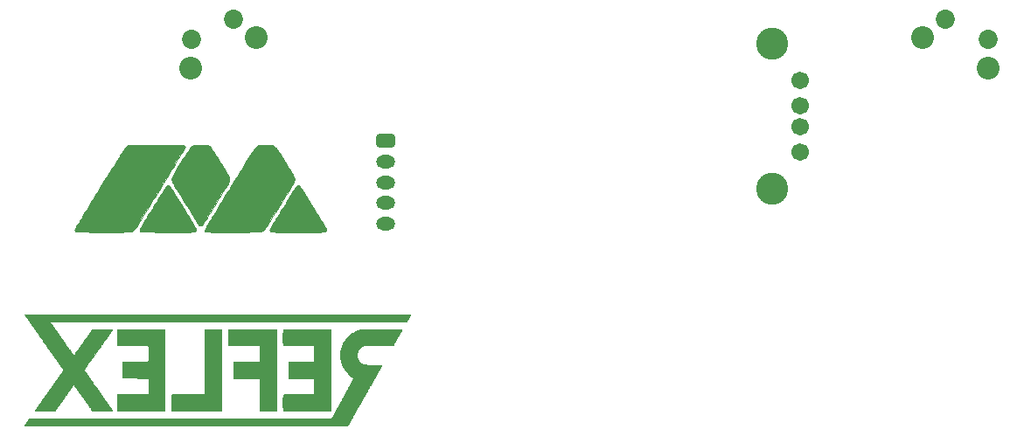
<source format=gbs>
G04 #@! TF.GenerationSoftware,KiCad,Pcbnew,7.0.9*
G04 #@! TF.CreationDate,2023-12-20T17:10:12-07:00*
G04 #@! TF.ProjectId,saturn_controller_pcb,73617475-726e-45f6-936f-6e74726f6c6c,4a*
G04 #@! TF.SameCoordinates,Original*
G04 #@! TF.FileFunction,Soldermask,Bot*
G04 #@! TF.FilePolarity,Negative*
%FSLAX46Y46*%
G04 Gerber Fmt 4.6, Leading zero omitted, Abs format (unit mm)*
G04 Created by KiCad (PCBNEW 7.0.9) date 2023-12-20 17:10:12*
%MOMM*%
%LPD*%
G01*
G04 APERTURE LIST*
G04 Aperture macros list*
%AMRoundRect*
0 Rectangle with rounded corners*
0 $1 Rounding radius*
0 $2 $3 $4 $5 $6 $7 $8 $9 X,Y pos of 4 corners*
0 Add a 4 corners polygon primitive as box body*
4,1,4,$2,$3,$4,$5,$6,$7,$8,$9,$2,$3,0*
0 Add four circle primitives for the rounded corners*
1,1,$1+$1,$2,$3*
1,1,$1+$1,$4,$5*
1,1,$1+$1,$6,$7*
1,1,$1+$1,$8,$9*
0 Add four rect primitives between the rounded corners*
20,1,$1+$1,$2,$3,$4,$5,0*
20,1,$1+$1,$4,$5,$6,$7,0*
20,1,$1+$1,$6,$7,$8,$9,0*
20,1,$1+$1,$8,$9,$2,$3,0*%
G04 Aperture macros list end*
%ADD10C,0.010000*%
%ADD11C,1.701600*%
%ADD12C,3.101600*%
%ADD13C,2.201600*%
%ADD14C,1.851600*%
%ADD15RoundRect,0.300800X-0.625000X0.350000X-0.625000X-0.350000X0.625000X-0.350000X0.625000X0.350000X0*%
%ADD16O,1.851600X1.301600*%
G04 APERTURE END LIST*
D10*
X105849838Y-92132138D02*
X105867100Y-92149345D01*
X105895162Y-92185153D01*
X105934879Y-92240979D01*
X105987185Y-92318294D01*
X106053016Y-92418570D01*
X106133305Y-92543278D01*
X106228989Y-92693890D01*
X106341001Y-92871878D01*
X106470278Y-93078714D01*
X106617753Y-93315868D01*
X106784362Y-93584813D01*
X106971039Y-93887020D01*
X107178720Y-94223961D01*
X107233050Y-94312222D01*
X107397137Y-94579232D01*
X107554761Y-94836390D01*
X107704486Y-95081320D01*
X107844875Y-95311643D01*
X107974492Y-95524982D01*
X108091898Y-95718960D01*
X108195658Y-95891199D01*
X108284334Y-96039322D01*
X108356490Y-96160951D01*
X108410688Y-96253708D01*
X108445493Y-96315218D01*
X108459467Y-96343101D01*
X108463906Y-96359945D01*
X108464920Y-96447787D01*
X108426568Y-96521980D01*
X108350430Y-96579108D01*
X108338237Y-96584406D01*
X108321677Y-96589383D01*
X108299015Y-96593797D01*
X108267986Y-96597675D01*
X108226326Y-96601045D01*
X108171771Y-96603933D01*
X108102055Y-96606367D01*
X108014916Y-96608373D01*
X107908088Y-96609978D01*
X107779306Y-96611211D01*
X107626307Y-96612096D01*
X107446826Y-96612662D01*
X107238598Y-96612935D01*
X106999359Y-96612943D01*
X106726845Y-96612712D01*
X106418791Y-96612270D01*
X106072933Y-96611643D01*
X105687006Y-96610858D01*
X103097642Y-96605419D01*
X103035881Y-96536293D01*
X103007103Y-96499381D01*
X102978357Y-96428725D01*
X102983663Y-96350146D01*
X103022590Y-96254464D01*
X103023437Y-96252845D01*
X103047717Y-96209905D01*
X103091817Y-96135261D01*
X103153989Y-96031739D01*
X103232484Y-95902161D01*
X103325555Y-95749352D01*
X103431452Y-95576137D01*
X103548426Y-95385340D01*
X103674731Y-95179785D01*
X103808615Y-94962296D01*
X103948333Y-94735698D01*
X104092133Y-94502815D01*
X104238269Y-94266472D01*
X104384992Y-94029492D01*
X104530552Y-93794700D01*
X104673203Y-93564920D01*
X104811194Y-93342977D01*
X104942777Y-93131695D01*
X105066204Y-92933897D01*
X105179727Y-92752409D01*
X105281596Y-92590055D01*
X105370064Y-92449659D01*
X105443381Y-92334045D01*
X105499799Y-92246038D01*
X105537570Y-92188462D01*
X105554945Y-92164141D01*
X105585948Y-92136938D01*
X105671280Y-92096573D01*
X105762288Y-92094642D01*
X105849838Y-92132138D01*
G36*
X105849838Y-92132138D02*
G01*
X105867100Y-92149345D01*
X105895162Y-92185153D01*
X105934879Y-92240979D01*
X105987185Y-92318294D01*
X106053016Y-92418570D01*
X106133305Y-92543278D01*
X106228989Y-92693890D01*
X106341001Y-92871878D01*
X106470278Y-93078714D01*
X106617753Y-93315868D01*
X106784362Y-93584813D01*
X106971039Y-93887020D01*
X107178720Y-94223961D01*
X107233050Y-94312222D01*
X107397137Y-94579232D01*
X107554761Y-94836390D01*
X107704486Y-95081320D01*
X107844875Y-95311643D01*
X107974492Y-95524982D01*
X108091898Y-95718960D01*
X108195658Y-95891199D01*
X108284334Y-96039322D01*
X108356490Y-96160951D01*
X108410688Y-96253708D01*
X108445493Y-96315218D01*
X108459467Y-96343101D01*
X108463906Y-96359945D01*
X108464920Y-96447787D01*
X108426568Y-96521980D01*
X108350430Y-96579108D01*
X108338237Y-96584406D01*
X108321677Y-96589383D01*
X108299015Y-96593797D01*
X108267986Y-96597675D01*
X108226326Y-96601045D01*
X108171771Y-96603933D01*
X108102055Y-96606367D01*
X108014916Y-96608373D01*
X107908088Y-96609978D01*
X107779306Y-96611211D01*
X107626307Y-96612096D01*
X107446826Y-96612662D01*
X107238598Y-96612935D01*
X106999359Y-96612943D01*
X106726845Y-96612712D01*
X106418791Y-96612270D01*
X106072933Y-96611643D01*
X105687006Y-96610858D01*
X103097642Y-96605419D01*
X103035881Y-96536293D01*
X103007103Y-96499381D01*
X102978357Y-96428725D01*
X102983663Y-96350146D01*
X103022590Y-96254464D01*
X103023437Y-96252845D01*
X103047717Y-96209905D01*
X103091817Y-96135261D01*
X103153989Y-96031739D01*
X103232484Y-95902161D01*
X103325555Y-95749352D01*
X103431452Y-95576137D01*
X103548426Y-95385340D01*
X103674731Y-95179785D01*
X103808615Y-94962296D01*
X103948333Y-94735698D01*
X104092133Y-94502815D01*
X104238269Y-94266472D01*
X104384992Y-94029492D01*
X104530552Y-93794700D01*
X104673203Y-93564920D01*
X104811194Y-93342977D01*
X104942777Y-93131695D01*
X105066204Y-92933897D01*
X105179727Y-92752409D01*
X105281596Y-92590055D01*
X105370064Y-92449659D01*
X105443381Y-92334045D01*
X105499799Y-92246038D01*
X105537570Y-92188462D01*
X105554945Y-92164141D01*
X105585948Y-92136938D01*
X105671280Y-92096573D01*
X105762288Y-92094642D01*
X105849838Y-92132138D01*
G37*
X118413946Y-92112460D02*
X118496106Y-92177801D01*
X118503494Y-92187146D01*
X118534598Y-92232286D01*
X118584909Y-92309145D01*
X118652694Y-92414902D01*
X118736222Y-92546741D01*
X118833760Y-92701840D01*
X118943576Y-92877382D01*
X119063936Y-93070547D01*
X119193108Y-93278516D01*
X119329361Y-93498470D01*
X119470961Y-93727591D01*
X119616176Y-93963058D01*
X119763273Y-94202053D01*
X119910521Y-94441757D01*
X120056186Y-94679351D01*
X120198536Y-94912016D01*
X120335838Y-95136933D01*
X120466361Y-95351282D01*
X120588371Y-95552245D01*
X120700136Y-95737003D01*
X120799924Y-95902736D01*
X120886002Y-96046626D01*
X120956638Y-96165853D01*
X121010099Y-96257599D01*
X121044653Y-96319044D01*
X121058566Y-96347369D01*
X121062719Y-96364265D01*
X121062843Y-96450522D01*
X121023383Y-96521977D01*
X120944192Y-96578927D01*
X120935306Y-96582930D01*
X120919555Y-96588074D01*
X120897988Y-96592658D01*
X120868323Y-96596711D01*
X120828277Y-96600268D01*
X120775567Y-96603361D01*
X120707913Y-96606021D01*
X120623030Y-96608280D01*
X120518637Y-96610172D01*
X120392452Y-96611728D01*
X120242192Y-96612981D01*
X120065575Y-96613963D01*
X119860319Y-96614706D01*
X119624141Y-96615243D01*
X119354759Y-96615605D01*
X119049891Y-96615825D01*
X118707254Y-96615936D01*
X118324566Y-96615969D01*
X118241366Y-96615971D01*
X117860214Y-96616000D01*
X117518699Y-96615987D01*
X117214585Y-96615837D01*
X116945634Y-96615456D01*
X116709609Y-96614751D01*
X116504272Y-96613626D01*
X116327387Y-96611987D01*
X116176715Y-96609739D01*
X116050020Y-96606789D01*
X115945065Y-96603041D01*
X115859611Y-96598401D01*
X115791423Y-96592776D01*
X115738262Y-96586070D01*
X115697892Y-96578189D01*
X115668075Y-96569039D01*
X115646573Y-96558525D01*
X115631150Y-96546553D01*
X115619569Y-96533028D01*
X115609591Y-96517856D01*
X115598981Y-96500943D01*
X115577503Y-96454070D01*
X115575029Y-96370991D01*
X115580684Y-96356979D01*
X115606791Y-96307450D01*
X115652462Y-96226600D01*
X115715981Y-96117230D01*
X115795630Y-95982142D01*
X115889692Y-95824138D01*
X115996448Y-95646019D01*
X116114183Y-95450587D01*
X116241177Y-95240643D01*
X116375714Y-95018989D01*
X116516076Y-94788428D01*
X116660546Y-94551760D01*
X116807407Y-94311787D01*
X116954940Y-94071310D01*
X117101428Y-93833133D01*
X117245155Y-93600055D01*
X117384402Y-93374880D01*
X117517451Y-93160407D01*
X117642587Y-92959440D01*
X117758090Y-92774780D01*
X117862244Y-92609228D01*
X117953331Y-92465587D01*
X118029634Y-92346657D01*
X118089435Y-92255240D01*
X118131017Y-92194139D01*
X118152662Y-92166154D01*
X118238612Y-92107033D01*
X118327086Y-92088836D01*
X118413946Y-92112460D01*
G36*
X118413946Y-92112460D02*
G01*
X118496106Y-92177801D01*
X118503494Y-92187146D01*
X118534598Y-92232286D01*
X118584909Y-92309145D01*
X118652694Y-92414902D01*
X118736222Y-92546741D01*
X118833760Y-92701840D01*
X118943576Y-92877382D01*
X119063936Y-93070547D01*
X119193108Y-93278516D01*
X119329361Y-93498470D01*
X119470961Y-93727591D01*
X119616176Y-93963058D01*
X119763273Y-94202053D01*
X119910521Y-94441757D01*
X120056186Y-94679351D01*
X120198536Y-94912016D01*
X120335838Y-95136933D01*
X120466361Y-95351282D01*
X120588371Y-95552245D01*
X120700136Y-95737003D01*
X120799924Y-95902736D01*
X120886002Y-96046626D01*
X120956638Y-96165853D01*
X121010099Y-96257599D01*
X121044653Y-96319044D01*
X121058566Y-96347369D01*
X121062719Y-96364265D01*
X121062843Y-96450522D01*
X121023383Y-96521977D01*
X120944192Y-96578927D01*
X120935306Y-96582930D01*
X120919555Y-96588074D01*
X120897988Y-96592658D01*
X120868323Y-96596711D01*
X120828277Y-96600268D01*
X120775567Y-96603361D01*
X120707913Y-96606021D01*
X120623030Y-96608280D01*
X120518637Y-96610172D01*
X120392452Y-96611728D01*
X120242192Y-96612981D01*
X120065575Y-96613963D01*
X119860319Y-96614706D01*
X119624141Y-96615243D01*
X119354759Y-96615605D01*
X119049891Y-96615825D01*
X118707254Y-96615936D01*
X118324566Y-96615969D01*
X118241366Y-96615971D01*
X117860214Y-96616000D01*
X117518699Y-96615987D01*
X117214585Y-96615837D01*
X116945634Y-96615456D01*
X116709609Y-96614751D01*
X116504272Y-96613626D01*
X116327387Y-96611987D01*
X116176715Y-96609739D01*
X116050020Y-96606789D01*
X115945065Y-96603041D01*
X115859611Y-96598401D01*
X115791423Y-96592776D01*
X115738262Y-96586070D01*
X115697892Y-96578189D01*
X115668075Y-96569039D01*
X115646573Y-96558525D01*
X115631150Y-96546553D01*
X115619569Y-96533028D01*
X115609591Y-96517856D01*
X115598981Y-96500943D01*
X115577503Y-96454070D01*
X115575029Y-96370991D01*
X115580684Y-96356979D01*
X115606791Y-96307450D01*
X115652462Y-96226600D01*
X115715981Y-96117230D01*
X115795630Y-95982142D01*
X115889692Y-95824138D01*
X115996448Y-95646019D01*
X116114183Y-95450587D01*
X116241177Y-95240643D01*
X116375714Y-95018989D01*
X116516076Y-94788428D01*
X116660546Y-94551760D01*
X116807407Y-94311787D01*
X116954940Y-94071310D01*
X117101428Y-93833133D01*
X117245155Y-93600055D01*
X117384402Y-93374880D01*
X117517451Y-93160407D01*
X117642587Y-92959440D01*
X117758090Y-92774780D01*
X117862244Y-92609228D01*
X117953331Y-92465587D01*
X118029634Y-92346657D01*
X118089435Y-92255240D01*
X118131017Y-92194139D01*
X118152662Y-92166154D01*
X118238612Y-92107033D01*
X118327086Y-92088836D01*
X118413946Y-92112460D01*
G37*
X103887748Y-88150486D02*
X104236023Y-88150694D01*
X104624276Y-88150962D01*
X104700863Y-88151015D01*
X105099931Y-88151427D01*
X105458634Y-88152051D01*
X105778639Y-88152904D01*
X106061615Y-88154003D01*
X106309227Y-88155366D01*
X106523143Y-88157010D01*
X106705029Y-88158952D01*
X106856554Y-88161210D01*
X106979383Y-88163800D01*
X107075185Y-88166740D01*
X107145625Y-88170047D01*
X107192372Y-88173739D01*
X107217092Y-88177833D01*
X107264111Y-88197094D01*
X107331571Y-88253688D01*
X107365288Y-88330247D01*
X107361204Y-88419958D01*
X107357281Y-88428129D01*
X107333530Y-88470025D01*
X107289442Y-88544863D01*
X107226254Y-88650629D01*
X107145200Y-88785310D01*
X107047518Y-88946892D01*
X106934443Y-89133361D01*
X106807211Y-89342704D01*
X106667058Y-89572906D01*
X106515221Y-89821955D01*
X106352934Y-90087836D01*
X106181434Y-90368536D01*
X106001958Y-90662041D01*
X105815740Y-90966338D01*
X105624018Y-91279412D01*
X105428026Y-91599250D01*
X105229001Y-91923839D01*
X105028179Y-92251164D01*
X104826796Y-92579213D01*
X104626088Y-92905970D01*
X104427290Y-93229424D01*
X104231640Y-93547559D01*
X104040372Y-93858362D01*
X103854723Y-94159820D01*
X103675928Y-94449919D01*
X103505225Y-94726645D01*
X103343848Y-94987984D01*
X103193033Y-95231924D01*
X103054017Y-95456449D01*
X102928036Y-95659547D01*
X102816326Y-95839203D01*
X102720122Y-95993405D01*
X102640660Y-96120138D01*
X102579177Y-96217388D01*
X102536909Y-96283143D01*
X102515090Y-96315388D01*
X102445872Y-96386840D01*
X102345906Y-96460975D01*
X102230673Y-96526352D01*
X102113571Y-96574333D01*
X102107878Y-96576128D01*
X102087675Y-96581846D01*
X102064535Y-96586950D01*
X102036139Y-96591470D01*
X102000172Y-96595435D01*
X101954315Y-96598877D01*
X101896250Y-96601825D01*
X101823661Y-96604309D01*
X101734231Y-96606360D01*
X101625641Y-96608008D01*
X101495574Y-96609284D01*
X101341713Y-96610217D01*
X101161741Y-96610838D01*
X100953340Y-96611177D01*
X100714193Y-96611264D01*
X100441982Y-96611130D01*
X100134390Y-96610804D01*
X99789100Y-96610318D01*
X99403794Y-96609701D01*
X96817717Y-96605419D01*
X96757960Y-96560955D01*
X96707733Y-96499295D01*
X96688013Y-96416012D01*
X96699715Y-96319510D01*
X96743181Y-96217768D01*
X96755816Y-96196843D01*
X96790376Y-96140259D01*
X96845194Y-96050804D01*
X96919212Y-95930194D01*
X97011374Y-95780147D01*
X97120624Y-95602380D01*
X97245906Y-95398610D01*
X97386162Y-95170555D01*
X97540337Y-94919933D01*
X97707373Y-94648459D01*
X97886215Y-94357853D01*
X98075807Y-94049830D01*
X98275091Y-93726109D01*
X98483011Y-93388407D01*
X98698510Y-93038441D01*
X98920533Y-92677928D01*
X99148023Y-92308585D01*
X99393907Y-91909628D01*
X99641081Y-91509051D01*
X99877186Y-91126906D01*
X100101433Y-90764454D01*
X100313035Y-90422959D01*
X100511203Y-90103682D01*
X100695150Y-89807887D01*
X100864088Y-89536835D01*
X101017228Y-89291790D01*
X101153784Y-89074013D01*
X101272966Y-88884768D01*
X101373987Y-88725317D01*
X101456060Y-88596921D01*
X101518395Y-88500845D01*
X101560206Y-88438350D01*
X101580704Y-88410699D01*
X101613592Y-88379572D01*
X101691269Y-88317245D01*
X101766287Y-88268521D01*
X101768283Y-88267433D01*
X101799956Y-88249993D01*
X101829186Y-88234357D01*
X101858332Y-88220429D01*
X101889748Y-88208111D01*
X101925793Y-88197307D01*
X101968822Y-88187920D01*
X102021191Y-88179852D01*
X102085258Y-88173007D01*
X102163380Y-88167288D01*
X102257912Y-88162598D01*
X102371211Y-88158840D01*
X102505635Y-88155917D01*
X102663539Y-88153732D01*
X102847280Y-88152188D01*
X103059215Y-88151188D01*
X103301700Y-88150636D01*
X103577092Y-88150434D01*
X103887748Y-88150486D01*
G36*
X103887748Y-88150486D02*
G01*
X104236023Y-88150694D01*
X104624276Y-88150962D01*
X104700863Y-88151015D01*
X105099931Y-88151427D01*
X105458634Y-88152051D01*
X105778639Y-88152904D01*
X106061615Y-88154003D01*
X106309227Y-88155366D01*
X106523143Y-88157010D01*
X106705029Y-88158952D01*
X106856554Y-88161210D01*
X106979383Y-88163800D01*
X107075185Y-88166740D01*
X107145625Y-88170047D01*
X107192372Y-88173739D01*
X107217092Y-88177833D01*
X107264111Y-88197094D01*
X107331571Y-88253688D01*
X107365288Y-88330247D01*
X107361204Y-88419958D01*
X107357281Y-88428129D01*
X107333530Y-88470025D01*
X107289442Y-88544863D01*
X107226254Y-88650629D01*
X107145200Y-88785310D01*
X107047518Y-88946892D01*
X106934443Y-89133361D01*
X106807211Y-89342704D01*
X106667058Y-89572906D01*
X106515221Y-89821955D01*
X106352934Y-90087836D01*
X106181434Y-90368536D01*
X106001958Y-90662041D01*
X105815740Y-90966338D01*
X105624018Y-91279412D01*
X105428026Y-91599250D01*
X105229001Y-91923839D01*
X105028179Y-92251164D01*
X104826796Y-92579213D01*
X104626088Y-92905970D01*
X104427290Y-93229424D01*
X104231640Y-93547559D01*
X104040372Y-93858362D01*
X103854723Y-94159820D01*
X103675928Y-94449919D01*
X103505225Y-94726645D01*
X103343848Y-94987984D01*
X103193033Y-95231924D01*
X103054017Y-95456449D01*
X102928036Y-95659547D01*
X102816326Y-95839203D01*
X102720122Y-95993405D01*
X102640660Y-96120138D01*
X102579177Y-96217388D01*
X102536909Y-96283143D01*
X102515090Y-96315388D01*
X102445872Y-96386840D01*
X102345906Y-96460975D01*
X102230673Y-96526352D01*
X102113571Y-96574333D01*
X102107878Y-96576128D01*
X102087675Y-96581846D01*
X102064535Y-96586950D01*
X102036139Y-96591470D01*
X102000172Y-96595435D01*
X101954315Y-96598877D01*
X101896250Y-96601825D01*
X101823661Y-96604309D01*
X101734231Y-96606360D01*
X101625641Y-96608008D01*
X101495574Y-96609284D01*
X101341713Y-96610217D01*
X101161741Y-96610838D01*
X100953340Y-96611177D01*
X100714193Y-96611264D01*
X100441982Y-96611130D01*
X100134390Y-96610804D01*
X99789100Y-96610318D01*
X99403794Y-96609701D01*
X96817717Y-96605419D01*
X96757960Y-96560955D01*
X96707733Y-96499295D01*
X96688013Y-96416012D01*
X96699715Y-96319510D01*
X96743181Y-96217768D01*
X96755816Y-96196843D01*
X96790376Y-96140259D01*
X96845194Y-96050804D01*
X96919212Y-95930194D01*
X97011374Y-95780147D01*
X97120624Y-95602380D01*
X97245906Y-95398610D01*
X97386162Y-95170555D01*
X97540337Y-94919933D01*
X97707373Y-94648459D01*
X97886215Y-94357853D01*
X98075807Y-94049830D01*
X98275091Y-93726109D01*
X98483011Y-93388407D01*
X98698510Y-93038441D01*
X98920533Y-92677928D01*
X99148023Y-92308585D01*
X99393907Y-91909628D01*
X99641081Y-91509051D01*
X99877186Y-91126906D01*
X100101433Y-90764454D01*
X100313035Y-90422959D01*
X100511203Y-90103682D01*
X100695150Y-89807887D01*
X100864088Y-89536835D01*
X101017228Y-89291790D01*
X101153784Y-89074013D01*
X101272966Y-88884768D01*
X101373987Y-88725317D01*
X101456060Y-88596921D01*
X101518395Y-88500845D01*
X101560206Y-88438350D01*
X101580704Y-88410699D01*
X101613592Y-88379572D01*
X101691269Y-88317245D01*
X101766287Y-88268521D01*
X101768283Y-88267433D01*
X101799956Y-88249993D01*
X101829186Y-88234357D01*
X101858332Y-88220429D01*
X101889748Y-88208111D01*
X101925793Y-88197307D01*
X101968822Y-88187920D01*
X102021191Y-88179852D01*
X102085258Y-88173007D01*
X102163380Y-88167288D01*
X102257912Y-88162598D01*
X102371211Y-88158840D01*
X102505635Y-88155917D01*
X102663539Y-88153732D01*
X102847280Y-88152188D01*
X103059215Y-88151188D01*
X103301700Y-88150636D01*
X103577092Y-88150434D01*
X103887748Y-88150486D01*
G37*
X109206634Y-88154701D02*
X109321517Y-88161962D01*
X109416051Y-88174239D01*
X109496454Y-88192217D01*
X109568948Y-88216578D01*
X109639752Y-88248006D01*
X109667630Y-88261977D01*
X109707723Y-88284220D01*
X109746235Y-88309705D01*
X109784980Y-88340963D01*
X109825777Y-88380524D01*
X109870441Y-88430922D01*
X109920788Y-88494686D01*
X109978636Y-88574348D01*
X110045801Y-88672440D01*
X110124100Y-88791492D01*
X110215349Y-88934035D01*
X110321364Y-89102602D01*
X110443962Y-89299723D01*
X110584960Y-89527929D01*
X110746173Y-89789752D01*
X110846445Y-89952849D01*
X110974732Y-90161818D01*
X111096095Y-90359845D01*
X111208622Y-90543792D01*
X111310401Y-90710524D01*
X111399520Y-90856903D01*
X111474069Y-90979794D01*
X111532135Y-91076059D01*
X111571806Y-91142563D01*
X111591172Y-91176169D01*
X111607837Y-91209595D01*
X111625502Y-91257720D01*
X111635829Y-91313383D01*
X111640668Y-91388171D01*
X111641870Y-91493669D01*
X111641565Y-91552647D01*
X111638538Y-91642105D01*
X111630863Y-91706315D01*
X111616825Y-91756559D01*
X111594711Y-91804120D01*
X111593569Y-91806244D01*
X111564919Y-91856615D01*
X111516803Y-91938015D01*
X111450957Y-92047650D01*
X111369115Y-92182722D01*
X111273010Y-92340437D01*
X111164378Y-92517998D01*
X111044953Y-92712609D01*
X110916468Y-92921476D01*
X110780659Y-93141800D01*
X110639259Y-93370788D01*
X110494003Y-93605643D01*
X110346625Y-93843569D01*
X110198859Y-94081770D01*
X110052441Y-94317451D01*
X109909103Y-94547815D01*
X109770581Y-94770067D01*
X109638608Y-94981410D01*
X109514919Y-95179050D01*
X109401248Y-95360190D01*
X109299330Y-95522033D01*
X109210899Y-95661786D01*
X109137689Y-95776650D01*
X109081435Y-95863831D01*
X109043870Y-95920533D01*
X109026729Y-95943960D01*
X109024374Y-95946103D01*
X108943185Y-95992443D01*
X108849964Y-96000812D01*
X108752669Y-95970443D01*
X108745334Y-95966683D01*
X108736219Y-95961476D01*
X108726435Y-95954208D01*
X108714850Y-95943091D01*
X108700330Y-95926336D01*
X108681740Y-95902155D01*
X108657947Y-95868759D01*
X108627818Y-95824360D01*
X108590219Y-95767169D01*
X108544017Y-95695399D01*
X108488077Y-95607260D01*
X108421266Y-95500964D01*
X108342451Y-95374723D01*
X108250498Y-95226749D01*
X108144273Y-95055252D01*
X108022643Y-94858445D01*
X107884474Y-94634539D01*
X107728632Y-94381745D01*
X107553984Y-94098276D01*
X107359397Y-93782343D01*
X107143735Y-93432157D01*
X107059011Y-93294567D01*
X106891784Y-93022771D01*
X106744884Y-92783459D01*
X106616996Y-92574221D01*
X106506802Y-92392645D01*
X106412988Y-92236319D01*
X106334236Y-92102833D01*
X106269231Y-91989774D01*
X106216656Y-91894733D01*
X106175196Y-91815298D01*
X106143534Y-91749057D01*
X106120355Y-91693599D01*
X106104341Y-91646514D01*
X106094176Y-91605389D01*
X106088546Y-91567814D01*
X106086132Y-91531378D01*
X106085620Y-91493669D01*
X106085621Y-91492785D01*
X106086304Y-91451685D01*
X106089274Y-91412009D01*
X106095958Y-91371083D01*
X106107785Y-91326237D01*
X106126186Y-91274797D01*
X106152588Y-91214092D01*
X106188422Y-91141448D01*
X106235115Y-91054195D01*
X106294098Y-90949659D01*
X106366799Y-90825169D01*
X106454647Y-90678052D01*
X106559072Y-90505636D01*
X106681502Y-90305249D01*
X106823366Y-90074217D01*
X106986095Y-89809870D01*
X107096131Y-89631300D01*
X107240492Y-89397370D01*
X107365571Y-89195293D01*
X107473033Y-89022532D01*
X107564546Y-88876547D01*
X107641775Y-88754802D01*
X107706387Y-88654759D01*
X107760048Y-88573878D01*
X107804426Y-88509623D01*
X107841186Y-88459454D01*
X107871996Y-88420834D01*
X107898521Y-88391226D01*
X107922428Y-88368090D01*
X107945383Y-88348889D01*
X107968870Y-88330631D01*
X108038773Y-88279786D01*
X108104593Y-88240239D01*
X108172960Y-88210453D01*
X108250505Y-88188889D01*
X108343859Y-88174008D01*
X108459651Y-88164274D01*
X108604513Y-88158146D01*
X108785074Y-88154088D01*
X108890933Y-88152493D01*
X109065179Y-88151772D01*
X109206634Y-88154701D01*
G36*
X109206634Y-88154701D02*
G01*
X109321517Y-88161962D01*
X109416051Y-88174239D01*
X109496454Y-88192217D01*
X109568948Y-88216578D01*
X109639752Y-88248006D01*
X109667630Y-88261977D01*
X109707723Y-88284220D01*
X109746235Y-88309705D01*
X109784980Y-88340963D01*
X109825777Y-88380524D01*
X109870441Y-88430922D01*
X109920788Y-88494686D01*
X109978636Y-88574348D01*
X110045801Y-88672440D01*
X110124100Y-88791492D01*
X110215349Y-88934035D01*
X110321364Y-89102602D01*
X110443962Y-89299723D01*
X110584960Y-89527929D01*
X110746173Y-89789752D01*
X110846445Y-89952849D01*
X110974732Y-90161818D01*
X111096095Y-90359845D01*
X111208622Y-90543792D01*
X111310401Y-90710524D01*
X111399520Y-90856903D01*
X111474069Y-90979794D01*
X111532135Y-91076059D01*
X111571806Y-91142563D01*
X111591172Y-91176169D01*
X111607837Y-91209595D01*
X111625502Y-91257720D01*
X111635829Y-91313383D01*
X111640668Y-91388171D01*
X111641870Y-91493669D01*
X111641565Y-91552647D01*
X111638538Y-91642105D01*
X111630863Y-91706315D01*
X111616825Y-91756559D01*
X111594711Y-91804120D01*
X111593569Y-91806244D01*
X111564919Y-91856615D01*
X111516803Y-91938015D01*
X111450957Y-92047650D01*
X111369115Y-92182722D01*
X111273010Y-92340437D01*
X111164378Y-92517998D01*
X111044953Y-92712609D01*
X110916468Y-92921476D01*
X110780659Y-93141800D01*
X110639259Y-93370788D01*
X110494003Y-93605643D01*
X110346625Y-93843569D01*
X110198859Y-94081770D01*
X110052441Y-94317451D01*
X109909103Y-94547815D01*
X109770581Y-94770067D01*
X109638608Y-94981410D01*
X109514919Y-95179050D01*
X109401248Y-95360190D01*
X109299330Y-95522033D01*
X109210899Y-95661786D01*
X109137689Y-95776650D01*
X109081435Y-95863831D01*
X109043870Y-95920533D01*
X109026729Y-95943960D01*
X109024374Y-95946103D01*
X108943185Y-95992443D01*
X108849964Y-96000812D01*
X108752669Y-95970443D01*
X108745334Y-95966683D01*
X108736219Y-95961476D01*
X108726435Y-95954208D01*
X108714850Y-95943091D01*
X108700330Y-95926336D01*
X108681740Y-95902155D01*
X108657947Y-95868759D01*
X108627818Y-95824360D01*
X108590219Y-95767169D01*
X108544017Y-95695399D01*
X108488077Y-95607260D01*
X108421266Y-95500964D01*
X108342451Y-95374723D01*
X108250498Y-95226749D01*
X108144273Y-95055252D01*
X108022643Y-94858445D01*
X107884474Y-94634539D01*
X107728632Y-94381745D01*
X107553984Y-94098276D01*
X107359397Y-93782343D01*
X107143735Y-93432157D01*
X107059011Y-93294567D01*
X106891784Y-93022771D01*
X106744884Y-92783459D01*
X106616996Y-92574221D01*
X106506802Y-92392645D01*
X106412988Y-92236319D01*
X106334236Y-92102833D01*
X106269231Y-91989774D01*
X106216656Y-91894733D01*
X106175196Y-91815298D01*
X106143534Y-91749057D01*
X106120355Y-91693599D01*
X106104341Y-91646514D01*
X106094176Y-91605389D01*
X106088546Y-91567814D01*
X106086132Y-91531378D01*
X106085620Y-91493669D01*
X106085621Y-91492785D01*
X106086304Y-91451685D01*
X106089274Y-91412009D01*
X106095958Y-91371083D01*
X106107785Y-91326237D01*
X106126186Y-91274797D01*
X106152588Y-91214092D01*
X106188422Y-91141448D01*
X106235115Y-91054195D01*
X106294098Y-90949659D01*
X106366799Y-90825169D01*
X106454647Y-90678052D01*
X106559072Y-90505636D01*
X106681502Y-90305249D01*
X106823366Y-90074217D01*
X106986095Y-89809870D01*
X107096131Y-89631300D01*
X107240492Y-89397370D01*
X107365571Y-89195293D01*
X107473033Y-89022532D01*
X107564546Y-88876547D01*
X107641775Y-88754802D01*
X107706387Y-88654759D01*
X107760048Y-88573878D01*
X107804426Y-88509623D01*
X107841186Y-88459454D01*
X107871996Y-88420834D01*
X107898521Y-88391226D01*
X107922428Y-88368090D01*
X107945383Y-88348889D01*
X107968870Y-88330631D01*
X108038773Y-88279786D01*
X108104593Y-88240239D01*
X108172960Y-88210453D01*
X108250505Y-88188889D01*
X108343859Y-88174008D01*
X108459651Y-88164274D01*
X108604513Y-88158146D01*
X108785074Y-88154088D01*
X108890933Y-88152493D01*
X109065179Y-88151772D01*
X109206634Y-88154701D01*
G37*
X115301192Y-88150845D02*
X115439107Y-88153654D01*
X115560789Y-88158322D01*
X115657550Y-88164828D01*
X115720704Y-88173153D01*
X115782091Y-88189067D01*
X115920331Y-88242767D01*
X116050644Y-88315282D01*
X116155833Y-88397734D01*
X116164472Y-88407506D01*
X116199540Y-88455106D01*
X116254373Y-88535633D01*
X116327493Y-88646770D01*
X116417421Y-88786200D01*
X116522679Y-88951605D01*
X116641789Y-89140669D01*
X116773272Y-89351074D01*
X116915650Y-89580504D01*
X117067445Y-89826641D01*
X117191973Y-90029263D01*
X117338156Y-90267634D01*
X117464558Y-90474719D01*
X117572612Y-90653196D01*
X117663751Y-90805740D01*
X117739408Y-90935027D01*
X117801018Y-91043734D01*
X117850011Y-91134538D01*
X117887823Y-91210114D01*
X117915885Y-91273139D01*
X117935632Y-91326289D01*
X117948495Y-91372241D01*
X117955909Y-91413671D01*
X117959307Y-91453254D01*
X117960120Y-91493669D01*
X117960075Y-91507091D01*
X117959227Y-91537867D01*
X117956428Y-91568771D01*
X117950554Y-91601799D01*
X117940480Y-91638947D01*
X117925081Y-91682211D01*
X117903231Y-91733584D01*
X117873806Y-91795064D01*
X117835680Y-91868644D01*
X117787730Y-91956321D01*
X117728829Y-92060090D01*
X117657853Y-92181946D01*
X117573677Y-92323885D01*
X117475175Y-92487902D01*
X117361224Y-92675992D01*
X117230697Y-92890150D01*
X117082471Y-93132373D01*
X116915419Y-93404654D01*
X116728417Y-93708991D01*
X116520340Y-94047377D01*
X116498526Y-94082844D01*
X116278940Y-94439526D01*
X116080362Y-94761406D01*
X115901972Y-95049783D01*
X115742948Y-95305956D01*
X115602470Y-95531223D01*
X115479715Y-95726885D01*
X115373863Y-95894240D01*
X115284092Y-96034586D01*
X115209581Y-96149224D01*
X115149508Y-96239453D01*
X115103053Y-96306570D01*
X115069394Y-96351876D01*
X115047709Y-96376670D01*
X114991315Y-96423811D01*
X114880622Y-96496965D01*
X114761638Y-96557470D01*
X114652164Y-96595478D01*
X114634554Y-96597005D01*
X114575729Y-96599059D01*
X114479196Y-96601057D01*
X114347625Y-96602980D01*
X114183686Y-96604809D01*
X113990052Y-96606527D01*
X113769393Y-96608113D01*
X113524379Y-96609549D01*
X113257683Y-96610818D01*
X112971974Y-96611899D01*
X112669923Y-96612775D01*
X112354203Y-96613427D01*
X112027482Y-96613835D01*
X112007172Y-96613852D01*
X111618354Y-96614193D01*
X111269541Y-96614457D01*
X110958515Y-96614562D01*
X110683057Y-96614422D01*
X110440948Y-96613953D01*
X110229971Y-96613069D01*
X110047906Y-96611685D01*
X109892535Y-96609718D01*
X109761641Y-96607082D01*
X109653003Y-96603693D01*
X109564404Y-96599465D01*
X109493625Y-96594315D01*
X109438449Y-96588156D01*
X109396655Y-96580905D01*
X109366026Y-96572476D01*
X109344343Y-96562786D01*
X109329388Y-96551748D01*
X109318943Y-96539278D01*
X109310788Y-96525292D01*
X109302706Y-96509705D01*
X109297961Y-96501157D01*
X109290494Y-96487866D01*
X109284302Y-96474522D01*
X109280222Y-96459683D01*
X109279090Y-96441910D01*
X109281740Y-96419763D01*
X109289010Y-96391800D01*
X109301735Y-96356581D01*
X109320751Y-96312667D01*
X109346893Y-96258616D01*
X109380998Y-96192989D01*
X109423902Y-96114346D01*
X109476440Y-96021245D01*
X109539449Y-95912246D01*
X109613764Y-95785910D01*
X109700222Y-95640796D01*
X109799657Y-95475463D01*
X109912907Y-95288472D01*
X110040806Y-95078382D01*
X110184191Y-94843752D01*
X110343898Y-94583142D01*
X110520762Y-94295112D01*
X110715621Y-93978222D01*
X110929308Y-93631032D01*
X111162661Y-93252100D01*
X111416515Y-92839987D01*
X111691706Y-92393252D01*
X111715445Y-92354715D01*
X111975908Y-91932153D01*
X112225736Y-91527322D01*
X112464165Y-91141447D01*
X112690431Y-90775754D01*
X112903769Y-90431467D01*
X113103414Y-90109812D01*
X113288603Y-89812013D01*
X113458571Y-89539295D01*
X113612554Y-89292884D01*
X113749787Y-89074005D01*
X113869506Y-88883882D01*
X113970947Y-88723740D01*
X114053345Y-88594806D01*
X114115935Y-88498302D01*
X114157955Y-88435456D01*
X114178638Y-88407491D01*
X114233317Y-88357913D01*
X114355354Y-88276262D01*
X114494473Y-88211036D01*
X114634551Y-88170614D01*
X114672182Y-88165397D01*
X114760951Y-88158606D01*
X114876924Y-88153776D01*
X115011413Y-88150886D01*
X115155732Y-88149916D01*
X115301192Y-88150845D01*
G36*
X115301192Y-88150845D02*
G01*
X115439107Y-88153654D01*
X115560789Y-88158322D01*
X115657550Y-88164828D01*
X115720704Y-88173153D01*
X115782091Y-88189067D01*
X115920331Y-88242767D01*
X116050644Y-88315282D01*
X116155833Y-88397734D01*
X116164472Y-88407506D01*
X116199540Y-88455106D01*
X116254373Y-88535633D01*
X116327493Y-88646770D01*
X116417421Y-88786200D01*
X116522679Y-88951605D01*
X116641789Y-89140669D01*
X116773272Y-89351074D01*
X116915650Y-89580504D01*
X117067445Y-89826641D01*
X117191973Y-90029263D01*
X117338156Y-90267634D01*
X117464558Y-90474719D01*
X117572612Y-90653196D01*
X117663751Y-90805740D01*
X117739408Y-90935027D01*
X117801018Y-91043734D01*
X117850011Y-91134538D01*
X117887823Y-91210114D01*
X117915885Y-91273139D01*
X117935632Y-91326289D01*
X117948495Y-91372241D01*
X117955909Y-91413671D01*
X117959307Y-91453254D01*
X117960120Y-91493669D01*
X117960075Y-91507091D01*
X117959227Y-91537867D01*
X117956428Y-91568771D01*
X117950554Y-91601799D01*
X117940480Y-91638947D01*
X117925081Y-91682211D01*
X117903231Y-91733584D01*
X117873806Y-91795064D01*
X117835680Y-91868644D01*
X117787730Y-91956321D01*
X117728829Y-92060090D01*
X117657853Y-92181946D01*
X117573677Y-92323885D01*
X117475175Y-92487902D01*
X117361224Y-92675992D01*
X117230697Y-92890150D01*
X117082471Y-93132373D01*
X116915419Y-93404654D01*
X116728417Y-93708991D01*
X116520340Y-94047377D01*
X116498526Y-94082844D01*
X116278940Y-94439526D01*
X116080362Y-94761406D01*
X115901972Y-95049783D01*
X115742948Y-95305956D01*
X115602470Y-95531223D01*
X115479715Y-95726885D01*
X115373863Y-95894240D01*
X115284092Y-96034586D01*
X115209581Y-96149224D01*
X115149508Y-96239453D01*
X115103053Y-96306570D01*
X115069394Y-96351876D01*
X115047709Y-96376670D01*
X114991315Y-96423811D01*
X114880622Y-96496965D01*
X114761638Y-96557470D01*
X114652164Y-96595478D01*
X114634554Y-96597005D01*
X114575729Y-96599059D01*
X114479196Y-96601057D01*
X114347625Y-96602980D01*
X114183686Y-96604809D01*
X113990052Y-96606527D01*
X113769393Y-96608113D01*
X113524379Y-96609549D01*
X113257683Y-96610818D01*
X112971974Y-96611899D01*
X112669923Y-96612775D01*
X112354203Y-96613427D01*
X112027482Y-96613835D01*
X112007172Y-96613852D01*
X111618354Y-96614193D01*
X111269541Y-96614457D01*
X110958515Y-96614562D01*
X110683057Y-96614422D01*
X110440948Y-96613953D01*
X110229971Y-96613069D01*
X110047906Y-96611685D01*
X109892535Y-96609718D01*
X109761641Y-96607082D01*
X109653003Y-96603693D01*
X109564404Y-96599465D01*
X109493625Y-96594315D01*
X109438449Y-96588156D01*
X109396655Y-96580905D01*
X109366026Y-96572476D01*
X109344343Y-96562786D01*
X109329388Y-96551748D01*
X109318943Y-96539278D01*
X109310788Y-96525292D01*
X109302706Y-96509705D01*
X109297961Y-96501157D01*
X109290494Y-96487866D01*
X109284302Y-96474522D01*
X109280222Y-96459683D01*
X109279090Y-96441910D01*
X109281740Y-96419763D01*
X109289010Y-96391800D01*
X109301735Y-96356581D01*
X109320751Y-96312667D01*
X109346893Y-96258616D01*
X109380998Y-96192989D01*
X109423902Y-96114346D01*
X109476440Y-96021245D01*
X109539449Y-95912246D01*
X109613764Y-95785910D01*
X109700222Y-95640796D01*
X109799657Y-95475463D01*
X109912907Y-95288472D01*
X110040806Y-95078382D01*
X110184191Y-94843752D01*
X110343898Y-94583142D01*
X110520762Y-94295112D01*
X110715621Y-93978222D01*
X110929308Y-93631032D01*
X111162661Y-93252100D01*
X111416515Y-92839987D01*
X111691706Y-92393252D01*
X111715445Y-92354715D01*
X111975908Y-91932153D01*
X112225736Y-91527322D01*
X112464165Y-91141447D01*
X112690431Y-90775754D01*
X112903769Y-90431467D01*
X113103414Y-90109812D01*
X113288603Y-89812013D01*
X113458571Y-89539295D01*
X113612554Y-89292884D01*
X113749787Y-89074005D01*
X113869506Y-88883882D01*
X113970947Y-88723740D01*
X114053345Y-88594806D01*
X114115935Y-88498302D01*
X114157955Y-88435456D01*
X114178638Y-88407491D01*
X114233317Y-88357913D01*
X114355354Y-88276262D01*
X114494473Y-88211036D01*
X114634551Y-88170614D01*
X114672182Y-88165397D01*
X114760951Y-88158606D01*
X114876924Y-88153776D01*
X115011413Y-88150886D01*
X115155732Y-88149916D01*
X115301192Y-88150845D01*
G37*
X116187520Y-113928693D02*
X115409645Y-113923141D01*
X114631770Y-113917588D01*
X114621187Y-112340672D01*
X114610604Y-110763755D01*
X113324729Y-110758299D01*
X112038854Y-110752844D01*
X112038854Y-109186838D01*
X113303562Y-109186514D01*
X113522674Y-109186202D01*
X113738904Y-109185369D01*
X113939192Y-109184066D01*
X114119767Y-109182345D01*
X114276859Y-109180256D01*
X114406698Y-109177848D01*
X114505514Y-109175174D01*
X114569537Y-109172282D01*
X114594997Y-109169224D01*
X114601014Y-109159578D01*
X114607015Y-109130873D01*
X114611583Y-109080366D01*
X114614812Y-109004637D01*
X114616792Y-108900265D01*
X114617617Y-108763830D01*
X114617376Y-108591912D01*
X114616164Y-108381090D01*
X114610604Y-107609922D01*
X113087766Y-107604489D01*
X112798649Y-107603321D01*
X112532293Y-107601906D01*
X112303658Y-107600256D01*
X112110374Y-107598323D01*
X111950072Y-107596056D01*
X111820383Y-107593409D01*
X111718938Y-107590331D01*
X111643368Y-107586774D01*
X111591304Y-107582688D01*
X111560376Y-107578026D01*
X111548215Y-107572739D01*
X111547528Y-107571049D01*
X111543726Y-107537845D01*
X111540396Y-107469246D01*
X111537557Y-107371185D01*
X111535226Y-107249598D01*
X111533420Y-107110419D01*
X111532157Y-106959582D01*
X111531454Y-106803021D01*
X111531330Y-106646671D01*
X111531800Y-106496466D01*
X111532884Y-106358340D01*
X111534599Y-106238228D01*
X111536962Y-106142065D01*
X111539990Y-106075784D01*
X111543702Y-106045319D01*
X111544454Y-106043850D01*
X111551078Y-106038731D01*
X111565459Y-106034182D01*
X111589900Y-106030170D01*
X111626707Y-106026663D01*
X111678186Y-106023626D01*
X111746641Y-106021028D01*
X111834378Y-106018835D01*
X111943702Y-106017013D01*
X112076917Y-106015529D01*
X112236330Y-106014351D01*
X112424245Y-106013445D01*
X112642967Y-106012778D01*
X112894803Y-106012317D01*
X113182055Y-106012029D01*
X113507031Y-106011880D01*
X113872035Y-106011838D01*
X116187520Y-106011838D01*
X116187520Y-113928693D01*
G36*
X116187520Y-113928693D02*
G01*
X115409645Y-113923141D01*
X114631770Y-113917588D01*
X114621187Y-112340672D01*
X114610604Y-110763755D01*
X113324729Y-110758299D01*
X112038854Y-110752844D01*
X112038854Y-109186838D01*
X113303562Y-109186514D01*
X113522674Y-109186202D01*
X113738904Y-109185369D01*
X113939192Y-109184066D01*
X114119767Y-109182345D01*
X114276859Y-109180256D01*
X114406698Y-109177848D01*
X114505514Y-109175174D01*
X114569537Y-109172282D01*
X114594997Y-109169224D01*
X114601014Y-109159578D01*
X114607015Y-109130873D01*
X114611583Y-109080366D01*
X114614812Y-109004637D01*
X114616792Y-108900265D01*
X114617617Y-108763830D01*
X114617376Y-108591912D01*
X114616164Y-108381090D01*
X114610604Y-107609922D01*
X113087766Y-107604489D01*
X112798649Y-107603321D01*
X112532293Y-107601906D01*
X112303658Y-107600256D01*
X112110374Y-107598323D01*
X111950072Y-107596056D01*
X111820383Y-107593409D01*
X111718938Y-107590331D01*
X111643368Y-107586774D01*
X111591304Y-107582688D01*
X111560376Y-107578026D01*
X111548215Y-107572739D01*
X111547528Y-107571049D01*
X111543726Y-107537845D01*
X111540396Y-107469246D01*
X111537557Y-107371185D01*
X111535226Y-107249598D01*
X111533420Y-107110419D01*
X111532157Y-106959582D01*
X111531454Y-106803021D01*
X111531330Y-106646671D01*
X111531800Y-106496466D01*
X111532884Y-106358340D01*
X111534599Y-106238228D01*
X111536962Y-106142065D01*
X111539990Y-106075784D01*
X111543702Y-106045319D01*
X111544454Y-106043850D01*
X111551078Y-106038731D01*
X111565459Y-106034182D01*
X111589900Y-106030170D01*
X111626707Y-106026663D01*
X111678186Y-106023626D01*
X111746641Y-106021028D01*
X111834378Y-106018835D01*
X111943702Y-106017013D01*
X112076917Y-106015529D01*
X112236330Y-106014351D01*
X112424245Y-106013445D01*
X112642967Y-106012778D01*
X112894803Y-106012317D01*
X113182055Y-106012029D01*
X113507031Y-106011880D01*
X113872035Y-106011838D01*
X116187520Y-106011838D01*
X116187520Y-113928693D01*
G37*
X110065062Y-106016869D02*
X110842937Y-106022422D01*
X110848368Y-109948838D01*
X110848789Y-110278711D01*
X110849198Y-110674519D01*
X110849490Y-111057386D01*
X110849667Y-111425211D01*
X110849732Y-111775895D01*
X110849687Y-112107339D01*
X110849535Y-112417444D01*
X110849278Y-112704110D01*
X110848919Y-112965237D01*
X110848459Y-113198728D01*
X110847902Y-113402481D01*
X110847250Y-113574397D01*
X110846505Y-113712378D01*
X110845671Y-113814324D01*
X110844748Y-113878136D01*
X110843740Y-113901713D01*
X110834453Y-113905922D01*
X110808263Y-113909736D01*
X110763235Y-113913120D01*
X110697410Y-113916095D01*
X110608831Y-113918684D01*
X110495539Y-113920907D01*
X110355577Y-113922787D01*
X110186987Y-113924347D01*
X109987811Y-113925606D01*
X109756091Y-113926588D01*
X109489869Y-113927313D01*
X109187188Y-113927805D01*
X108846090Y-113928083D01*
X108464616Y-113928172D01*
X108290151Y-113928163D01*
X107939371Y-113928079D01*
X107627600Y-113927876D01*
X107352561Y-113927523D01*
X107111973Y-113926988D01*
X106903559Y-113926239D01*
X106725040Y-113925243D01*
X106574136Y-113923969D01*
X106448569Y-113922384D01*
X106346060Y-113920457D01*
X106264331Y-113918156D01*
X106201101Y-113915448D01*
X106154094Y-113912302D01*
X106121029Y-113908685D01*
X106099627Y-113904565D01*
X106087611Y-113899911D01*
X106082702Y-113894690D01*
X106082582Y-113894354D01*
X106079269Y-113863539D01*
X106076467Y-113796628D01*
X106074176Y-113699654D01*
X106072395Y-113578650D01*
X106071126Y-113439648D01*
X106070368Y-113288681D01*
X106070121Y-113131783D01*
X106070385Y-112974985D01*
X106071160Y-112824321D01*
X106072447Y-112685824D01*
X106074244Y-112565525D01*
X106076552Y-112469459D01*
X106079371Y-112403657D01*
X106082702Y-112374153D01*
X106083905Y-112371883D01*
X106091819Y-112365848D01*
X106108478Y-112360636D01*
X106136683Y-112356187D01*
X106179231Y-112352441D01*
X106238921Y-112349341D01*
X106318554Y-112346827D01*
X106420927Y-112344840D01*
X106548839Y-112343320D01*
X106705090Y-112342209D01*
X106892478Y-112341448D01*
X107113803Y-112340977D01*
X107371863Y-112340738D01*
X107669457Y-112340672D01*
X107838085Y-112340665D01*
X108111507Y-112340590D01*
X108347057Y-112340372D01*
X108547609Y-112339937D01*
X108716034Y-112339210D01*
X108855205Y-112338119D01*
X108967995Y-112336590D01*
X109057276Y-112334548D01*
X109125920Y-112331921D01*
X109176800Y-112328634D01*
X109212788Y-112324614D01*
X109236758Y-112319788D01*
X109251580Y-112314080D01*
X109260129Y-112307419D01*
X109265276Y-112299730D01*
X109266758Y-112293466D01*
X109270061Y-112250935D01*
X109273067Y-112169244D01*
X109275776Y-112048104D01*
X109278193Y-111887226D01*
X109280317Y-111686322D01*
X109282152Y-111445104D01*
X109283699Y-111163284D01*
X109284960Y-110840572D01*
X109285937Y-110476682D01*
X109286633Y-110071324D01*
X109287049Y-109624210D01*
X109287187Y-109135052D01*
X109287187Y-106011317D01*
X110065062Y-106016869D01*
G36*
X110065062Y-106016869D02*
G01*
X110842937Y-106022422D01*
X110848368Y-109948838D01*
X110848789Y-110278711D01*
X110849198Y-110674519D01*
X110849490Y-111057386D01*
X110849667Y-111425211D01*
X110849732Y-111775895D01*
X110849687Y-112107339D01*
X110849535Y-112417444D01*
X110849278Y-112704110D01*
X110848919Y-112965237D01*
X110848459Y-113198728D01*
X110847902Y-113402481D01*
X110847250Y-113574397D01*
X110846505Y-113712378D01*
X110845671Y-113814324D01*
X110844748Y-113878136D01*
X110843740Y-113901713D01*
X110834453Y-113905922D01*
X110808263Y-113909736D01*
X110763235Y-113913120D01*
X110697410Y-113916095D01*
X110608831Y-113918684D01*
X110495539Y-113920907D01*
X110355577Y-113922787D01*
X110186987Y-113924347D01*
X109987811Y-113925606D01*
X109756091Y-113926588D01*
X109489869Y-113927313D01*
X109187188Y-113927805D01*
X108846090Y-113928083D01*
X108464616Y-113928172D01*
X108290151Y-113928163D01*
X107939371Y-113928079D01*
X107627600Y-113927876D01*
X107352561Y-113927523D01*
X107111973Y-113926988D01*
X106903559Y-113926239D01*
X106725040Y-113925243D01*
X106574136Y-113923969D01*
X106448569Y-113922384D01*
X106346060Y-113920457D01*
X106264331Y-113918156D01*
X106201101Y-113915448D01*
X106154094Y-113912302D01*
X106121029Y-113908685D01*
X106099627Y-113904565D01*
X106087611Y-113899911D01*
X106082702Y-113894690D01*
X106082582Y-113894354D01*
X106079269Y-113863539D01*
X106076467Y-113796628D01*
X106074176Y-113699654D01*
X106072395Y-113578650D01*
X106071126Y-113439648D01*
X106070368Y-113288681D01*
X106070121Y-113131783D01*
X106070385Y-112974985D01*
X106071160Y-112824321D01*
X106072447Y-112685824D01*
X106074244Y-112565525D01*
X106076552Y-112469459D01*
X106079371Y-112403657D01*
X106082702Y-112374153D01*
X106083905Y-112371883D01*
X106091819Y-112365848D01*
X106108478Y-112360636D01*
X106136683Y-112356187D01*
X106179231Y-112352441D01*
X106238921Y-112349341D01*
X106318554Y-112346827D01*
X106420927Y-112344840D01*
X106548839Y-112343320D01*
X106705090Y-112342209D01*
X106892478Y-112341448D01*
X107113803Y-112340977D01*
X107371863Y-112340738D01*
X107669457Y-112340672D01*
X107838085Y-112340665D01*
X108111507Y-112340590D01*
X108347057Y-112340372D01*
X108547609Y-112339937D01*
X108716034Y-112339210D01*
X108855205Y-112338119D01*
X108967995Y-112336590D01*
X109057276Y-112334548D01*
X109125920Y-112331921D01*
X109176800Y-112328634D01*
X109212788Y-112324614D01*
X109236758Y-112319788D01*
X109251580Y-112314080D01*
X109260129Y-112307419D01*
X109265276Y-112299730D01*
X109266758Y-112293466D01*
X109270061Y-112250935D01*
X109273067Y-112169244D01*
X109275776Y-112048104D01*
X109278193Y-111887226D01*
X109280317Y-111686322D01*
X109282152Y-111445104D01*
X109283699Y-111163284D01*
X109284960Y-110840572D01*
X109285937Y-110476682D01*
X109286633Y-110071324D01*
X109287049Y-109624210D01*
X109287187Y-109135052D01*
X109287187Y-106011317D01*
X110065062Y-106016869D01*
G37*
X105403104Y-106022422D02*
X105408452Y-109946602D01*
X105408540Y-110012147D01*
X105409143Y-110522484D01*
X105409536Y-110991784D01*
X105409713Y-111421202D01*
X105409671Y-111811891D01*
X105409402Y-112165006D01*
X105408901Y-112481701D01*
X105408164Y-112763130D01*
X105407185Y-113010448D01*
X105405958Y-113224808D01*
X105404478Y-113407365D01*
X105402740Y-113559273D01*
X105400738Y-113681686D01*
X105398467Y-113775759D01*
X105395921Y-113842646D01*
X105393096Y-113883500D01*
X105389985Y-113899477D01*
X105385573Y-113902324D01*
X105368572Y-113906649D01*
X105337612Y-113910484D01*
X105290509Y-113913857D01*
X105225081Y-113916794D01*
X105139146Y-113919322D01*
X105030520Y-113921469D01*
X104897021Y-113923261D01*
X104736468Y-113924727D01*
X104546676Y-113925893D01*
X104325464Y-113926785D01*
X104070650Y-113927432D01*
X103780049Y-113927861D01*
X103451481Y-113928098D01*
X103082762Y-113928172D01*
X100799354Y-113928172D01*
X100799354Y-112340672D01*
X102271829Y-112340672D01*
X102371986Y-112340645D01*
X102692750Y-112340135D01*
X102972803Y-112338983D01*
X103211914Y-112337192D01*
X103409851Y-112334764D01*
X103566384Y-112331704D01*
X103681281Y-112328014D01*
X103754312Y-112323699D01*
X103785245Y-112318760D01*
X103793963Y-112313189D01*
X103803183Y-112302266D01*
X103810456Y-112283125D01*
X103816011Y-112251500D01*
X103820080Y-112203128D01*
X103822893Y-112133744D01*
X103824680Y-112039084D01*
X103825671Y-111914884D01*
X103826096Y-111756879D01*
X103826187Y-111560806D01*
X103826171Y-111513673D01*
X103825608Y-111311400D01*
X103824161Y-111147500D01*
X103821717Y-111018699D01*
X103818164Y-110921722D01*
X103813390Y-110853295D01*
X103807282Y-110810145D01*
X103799729Y-110788997D01*
X103791852Y-110781661D01*
X103777220Y-110775121D01*
X103752817Y-110769598D01*
X103715385Y-110764985D01*
X103661669Y-110761174D01*
X103588413Y-110758057D01*
X103492361Y-110755526D01*
X103370256Y-110753475D01*
X103218842Y-110751796D01*
X103034863Y-110750380D01*
X102815064Y-110749120D01*
X102556187Y-110747910D01*
X101339104Y-110742588D01*
X101333551Y-109964713D01*
X101327999Y-109186838D01*
X102543831Y-109186838D01*
X102681295Y-109186814D01*
X102921127Y-109186593D01*
X103123504Y-109186070D01*
X103291660Y-109185160D01*
X103428827Y-109183775D01*
X103538240Y-109181830D01*
X103623132Y-109179239D01*
X103686735Y-109175915D01*
X103732282Y-109171774D01*
X103763008Y-109166727D01*
X103782144Y-109160690D01*
X103792925Y-109153576D01*
X103799874Y-109144223D01*
X103807528Y-109123903D01*
X103813571Y-109090695D01*
X103818185Y-109040390D01*
X103821551Y-108968785D01*
X103823853Y-108871672D01*
X103825271Y-108744845D01*
X103825988Y-108584099D01*
X103826187Y-108385226D01*
X103825768Y-108173519D01*
X103824441Y-108000436D01*
X103822109Y-107863877D01*
X103818675Y-107760934D01*
X103814041Y-107688700D01*
X103808111Y-107644271D01*
X103800787Y-107624738D01*
X103796917Y-107622538D01*
X103772983Y-107617625D01*
X103726761Y-107613388D01*
X103656024Y-107609790D01*
X103558545Y-107606793D01*
X103432097Y-107604359D01*
X103274453Y-107602452D01*
X103083385Y-107601034D01*
X102856667Y-107600067D01*
X102592071Y-107599514D01*
X102287370Y-107599338D01*
X100799354Y-107599338D01*
X100799354Y-106011650D01*
X105403104Y-106022422D01*
G36*
X105403104Y-106022422D02*
G01*
X105408452Y-109946602D01*
X105408540Y-110012147D01*
X105409143Y-110522484D01*
X105409536Y-110991784D01*
X105409713Y-111421202D01*
X105409671Y-111811891D01*
X105409402Y-112165006D01*
X105408901Y-112481701D01*
X105408164Y-112763130D01*
X105407185Y-113010448D01*
X105405958Y-113224808D01*
X105404478Y-113407365D01*
X105402740Y-113559273D01*
X105400738Y-113681686D01*
X105398467Y-113775759D01*
X105395921Y-113842646D01*
X105393096Y-113883500D01*
X105389985Y-113899477D01*
X105385573Y-113902324D01*
X105368572Y-113906649D01*
X105337612Y-113910484D01*
X105290509Y-113913857D01*
X105225081Y-113916794D01*
X105139146Y-113919322D01*
X105030520Y-113921469D01*
X104897021Y-113923261D01*
X104736468Y-113924727D01*
X104546676Y-113925893D01*
X104325464Y-113926785D01*
X104070650Y-113927432D01*
X103780049Y-113927861D01*
X103451481Y-113928098D01*
X103082762Y-113928172D01*
X100799354Y-113928172D01*
X100799354Y-112340672D01*
X102271829Y-112340672D01*
X102371986Y-112340645D01*
X102692750Y-112340135D01*
X102972803Y-112338983D01*
X103211914Y-112337192D01*
X103409851Y-112334764D01*
X103566384Y-112331704D01*
X103681281Y-112328014D01*
X103754312Y-112323699D01*
X103785245Y-112318760D01*
X103793963Y-112313189D01*
X103803183Y-112302266D01*
X103810456Y-112283125D01*
X103816011Y-112251500D01*
X103820080Y-112203128D01*
X103822893Y-112133744D01*
X103824680Y-112039084D01*
X103825671Y-111914884D01*
X103826096Y-111756879D01*
X103826187Y-111560806D01*
X103826171Y-111513673D01*
X103825608Y-111311400D01*
X103824161Y-111147500D01*
X103821717Y-111018699D01*
X103818164Y-110921722D01*
X103813390Y-110853295D01*
X103807282Y-110810145D01*
X103799729Y-110788997D01*
X103791852Y-110781661D01*
X103777220Y-110775121D01*
X103752817Y-110769598D01*
X103715385Y-110764985D01*
X103661669Y-110761174D01*
X103588413Y-110758057D01*
X103492361Y-110755526D01*
X103370256Y-110753475D01*
X103218842Y-110751796D01*
X103034863Y-110750380D01*
X102815064Y-110749120D01*
X102556187Y-110747910D01*
X101339104Y-110742588D01*
X101333551Y-109964713D01*
X101327999Y-109186838D01*
X102543831Y-109186838D01*
X102681295Y-109186814D01*
X102921127Y-109186593D01*
X103123504Y-109186070D01*
X103291660Y-109185160D01*
X103428827Y-109183775D01*
X103538240Y-109181830D01*
X103623132Y-109179239D01*
X103686735Y-109175915D01*
X103732282Y-109171774D01*
X103763008Y-109166727D01*
X103782144Y-109160690D01*
X103792925Y-109153576D01*
X103799874Y-109144223D01*
X103807528Y-109123903D01*
X103813571Y-109090695D01*
X103818185Y-109040390D01*
X103821551Y-108968785D01*
X103823853Y-108871672D01*
X103825271Y-108744845D01*
X103825988Y-108584099D01*
X103826187Y-108385226D01*
X103825768Y-108173519D01*
X103824441Y-108000436D01*
X103822109Y-107863877D01*
X103818675Y-107760934D01*
X103814041Y-107688700D01*
X103808111Y-107644271D01*
X103800787Y-107624738D01*
X103796917Y-107622538D01*
X103772983Y-107617625D01*
X103726761Y-107613388D01*
X103656024Y-107609790D01*
X103558545Y-107606793D01*
X103432097Y-107604359D01*
X103274453Y-107602452D01*
X103083385Y-107601034D01*
X102856667Y-107600067D01*
X102592071Y-107599514D01*
X102287370Y-107599338D01*
X100799354Y-107599338D01*
X100799354Y-106011650D01*
X105403104Y-106022422D01*
G37*
X121479187Y-109955894D02*
X121479133Y-110302855D01*
X121478935Y-110698789D01*
X121478599Y-111081592D01*
X121478132Y-111449179D01*
X121477543Y-111799463D01*
X121476838Y-112130359D01*
X121476026Y-112439781D01*
X121475112Y-112725643D01*
X121474106Y-112985858D01*
X121473014Y-113218342D01*
X121471843Y-113421007D01*
X121470602Y-113591769D01*
X121469297Y-113728541D01*
X121467936Y-113829238D01*
X121466527Y-113891773D01*
X121465076Y-113914060D01*
X121465014Y-113914109D01*
X121441343Y-113916011D01*
X121378166Y-113917838D01*
X121278244Y-113919571D01*
X121144334Y-113921194D01*
X120979196Y-113922690D01*
X120785589Y-113924042D01*
X120566271Y-113925233D01*
X120324002Y-113926245D01*
X120061540Y-113927063D01*
X119781645Y-113927667D01*
X119487074Y-113928043D01*
X119180588Y-113928172D01*
X118831684Y-113928129D01*
X118508372Y-113927973D01*
X118222793Y-113927670D01*
X117972600Y-113927185D01*
X117755450Y-113926485D01*
X117568997Y-113925537D01*
X117410897Y-113924305D01*
X117278804Y-113922757D01*
X117170374Y-113920859D01*
X117083262Y-113918576D01*
X117015123Y-113915874D01*
X116963611Y-113912721D01*
X116926383Y-113909082D01*
X116901093Y-113904923D01*
X116885397Y-113900210D01*
X116876949Y-113894910D01*
X116870000Y-113885557D01*
X116862346Y-113865237D01*
X116856303Y-113832028D01*
X116851690Y-113781724D01*
X116848323Y-113710118D01*
X116846022Y-113613005D01*
X116844603Y-113486178D01*
X116843886Y-113325432D01*
X116843687Y-113126560D01*
X116844106Y-112914852D01*
X116845433Y-112741770D01*
X116847765Y-112605210D01*
X116851200Y-112502267D01*
X116855833Y-112430034D01*
X116861764Y-112385604D01*
X116869087Y-112366072D01*
X116871547Y-112364467D01*
X116893156Y-112359427D01*
X116936874Y-112355080D01*
X117004946Y-112351389D01*
X117099620Y-112348314D01*
X117223143Y-112345819D01*
X117377763Y-112343863D01*
X117565725Y-112342409D01*
X117789279Y-112341418D01*
X118050670Y-112340852D01*
X118352145Y-112340672D01*
X118438381Y-112340651D01*
X118758780Y-112340162D01*
X119038569Y-112339024D01*
X119277503Y-112337240D01*
X119475335Y-112334814D01*
X119631822Y-112331749D01*
X119746716Y-112328050D01*
X119819772Y-112323719D01*
X119850745Y-112318760D01*
X119860150Y-112312617D01*
X119869175Y-112301316D01*
X119876293Y-112281544D01*
X119881731Y-112249069D01*
X119885713Y-112199658D01*
X119888465Y-112129078D01*
X119890213Y-112033096D01*
X119891182Y-111907479D01*
X119891599Y-111747995D01*
X119891687Y-111550410D01*
X119891686Y-111536342D01*
X119891221Y-111324784D01*
X119889861Y-111152484D01*
X119887510Y-111016548D01*
X119884072Y-110914083D01*
X119879452Y-110842194D01*
X119873556Y-110797988D01*
X119866287Y-110778572D01*
X119862888Y-110776463D01*
X119838980Y-110771050D01*
X119792100Y-110766458D01*
X119719828Y-110762637D01*
X119619745Y-110759540D01*
X119489430Y-110757116D01*
X119326463Y-110755316D01*
X119128425Y-110754092D01*
X118892895Y-110753393D01*
X118617454Y-110753172D01*
X117394020Y-110753172D01*
X117394020Y-109186838D01*
X118588559Y-109186838D01*
X118603957Y-109186837D01*
X118861320Y-109186427D01*
X119094342Y-109185313D01*
X119300453Y-109183535D01*
X119477083Y-109181138D01*
X119621662Y-109178163D01*
X119731620Y-109174652D01*
X119804387Y-109170649D01*
X119837393Y-109166195D01*
X119891687Y-109145553D01*
X119891687Y-108397845D01*
X119891685Y-108382121D01*
X119891216Y-108170669D01*
X119889852Y-107998455D01*
X119887499Y-107862587D01*
X119884060Y-107760174D01*
X119879442Y-107688323D01*
X119873550Y-107644142D01*
X119866287Y-107624738D01*
X119863732Y-107623089D01*
X119841951Y-107618058D01*
X119798049Y-107613720D01*
X119729780Y-107610035D01*
X119634899Y-107606967D01*
X119511159Y-107604476D01*
X119356317Y-107602524D01*
X119168124Y-107601073D01*
X118944337Y-107600083D01*
X118682710Y-107599518D01*
X118380996Y-107599338D01*
X118378112Y-107599338D01*
X118092755Y-107599269D01*
X117846721Y-107599019D01*
X117637025Y-107598516D01*
X117460684Y-107597692D01*
X117314716Y-107596477D01*
X117196137Y-107594801D01*
X117101964Y-107592595D01*
X117029214Y-107589788D01*
X116974904Y-107586311D01*
X116936050Y-107582094D01*
X116909669Y-107577068D01*
X116892779Y-107571162D01*
X116882396Y-107564308D01*
X116877367Y-107559337D01*
X116867968Y-107545548D01*
X116860493Y-107524121D01*
X116854723Y-107490718D01*
X116850441Y-107441003D01*
X116847427Y-107370639D01*
X116845463Y-107275289D01*
X116844331Y-107150617D01*
X116843812Y-106992285D01*
X116843687Y-106795958D01*
X116844099Y-106586425D01*
X116845421Y-106413219D01*
X116847750Y-106276561D01*
X116851183Y-106173542D01*
X116855819Y-106101254D01*
X116861755Y-106056789D01*
X116869087Y-106037238D01*
X116869636Y-106036787D01*
X116885522Y-106032615D01*
X116921748Y-106028891D01*
X116980147Y-106025597D01*
X117062551Y-106022711D01*
X117170793Y-106020215D01*
X117306707Y-106018088D01*
X117472124Y-106016309D01*
X117668877Y-106014859D01*
X117898800Y-106013718D01*
X118163725Y-106012866D01*
X118465484Y-106012281D01*
X118805911Y-106011946D01*
X119186837Y-106011838D01*
X121479187Y-106011838D01*
X121479187Y-109955894D01*
G36*
X121479187Y-109955894D02*
G01*
X121479133Y-110302855D01*
X121478935Y-110698789D01*
X121478599Y-111081592D01*
X121478132Y-111449179D01*
X121477543Y-111799463D01*
X121476838Y-112130359D01*
X121476026Y-112439781D01*
X121475112Y-112725643D01*
X121474106Y-112985858D01*
X121473014Y-113218342D01*
X121471843Y-113421007D01*
X121470602Y-113591769D01*
X121469297Y-113728541D01*
X121467936Y-113829238D01*
X121466527Y-113891773D01*
X121465076Y-113914060D01*
X121465014Y-113914109D01*
X121441343Y-113916011D01*
X121378166Y-113917838D01*
X121278244Y-113919571D01*
X121144334Y-113921194D01*
X120979196Y-113922690D01*
X120785589Y-113924042D01*
X120566271Y-113925233D01*
X120324002Y-113926245D01*
X120061540Y-113927063D01*
X119781645Y-113927667D01*
X119487074Y-113928043D01*
X119180588Y-113928172D01*
X118831684Y-113928129D01*
X118508372Y-113927973D01*
X118222793Y-113927670D01*
X117972600Y-113927185D01*
X117755450Y-113926485D01*
X117568997Y-113925537D01*
X117410897Y-113924305D01*
X117278804Y-113922757D01*
X117170374Y-113920859D01*
X117083262Y-113918576D01*
X117015123Y-113915874D01*
X116963611Y-113912721D01*
X116926383Y-113909082D01*
X116901093Y-113904923D01*
X116885397Y-113900210D01*
X116876949Y-113894910D01*
X116870000Y-113885557D01*
X116862346Y-113865237D01*
X116856303Y-113832028D01*
X116851690Y-113781724D01*
X116848323Y-113710118D01*
X116846022Y-113613005D01*
X116844603Y-113486178D01*
X116843886Y-113325432D01*
X116843687Y-113126560D01*
X116844106Y-112914852D01*
X116845433Y-112741770D01*
X116847765Y-112605210D01*
X116851200Y-112502267D01*
X116855833Y-112430034D01*
X116861764Y-112385604D01*
X116869087Y-112366072D01*
X116871547Y-112364467D01*
X116893156Y-112359427D01*
X116936874Y-112355080D01*
X117004946Y-112351389D01*
X117099620Y-112348314D01*
X117223143Y-112345819D01*
X117377763Y-112343863D01*
X117565725Y-112342409D01*
X117789279Y-112341418D01*
X118050670Y-112340852D01*
X118352145Y-112340672D01*
X118438381Y-112340651D01*
X118758780Y-112340162D01*
X119038569Y-112339024D01*
X119277503Y-112337240D01*
X119475335Y-112334814D01*
X119631822Y-112331749D01*
X119746716Y-112328050D01*
X119819772Y-112323719D01*
X119850745Y-112318760D01*
X119860150Y-112312617D01*
X119869175Y-112301316D01*
X119876293Y-112281544D01*
X119881731Y-112249069D01*
X119885713Y-112199658D01*
X119888465Y-112129078D01*
X119890213Y-112033096D01*
X119891182Y-111907479D01*
X119891599Y-111747995D01*
X119891687Y-111550410D01*
X119891686Y-111536342D01*
X119891221Y-111324784D01*
X119889861Y-111152484D01*
X119887510Y-111016548D01*
X119884072Y-110914083D01*
X119879452Y-110842194D01*
X119873556Y-110797988D01*
X119866287Y-110778572D01*
X119862888Y-110776463D01*
X119838980Y-110771050D01*
X119792100Y-110766458D01*
X119719828Y-110762637D01*
X119619745Y-110759540D01*
X119489430Y-110757116D01*
X119326463Y-110755316D01*
X119128425Y-110754092D01*
X118892895Y-110753393D01*
X118617454Y-110753172D01*
X117394020Y-110753172D01*
X117394020Y-109186838D01*
X118588559Y-109186838D01*
X118603957Y-109186837D01*
X118861320Y-109186427D01*
X119094342Y-109185313D01*
X119300453Y-109183535D01*
X119477083Y-109181138D01*
X119621662Y-109178163D01*
X119731620Y-109174652D01*
X119804387Y-109170649D01*
X119837393Y-109166195D01*
X119891687Y-109145553D01*
X119891687Y-108397845D01*
X119891685Y-108382121D01*
X119891216Y-108170669D01*
X119889852Y-107998455D01*
X119887499Y-107862587D01*
X119884060Y-107760174D01*
X119879442Y-107688323D01*
X119873550Y-107644142D01*
X119866287Y-107624738D01*
X119863732Y-107623089D01*
X119841951Y-107618058D01*
X119798049Y-107613720D01*
X119729780Y-107610035D01*
X119634899Y-107606967D01*
X119511159Y-107604476D01*
X119356317Y-107602524D01*
X119168124Y-107601073D01*
X118944337Y-107600083D01*
X118682710Y-107599518D01*
X118380996Y-107599338D01*
X118378112Y-107599338D01*
X118092755Y-107599269D01*
X117846721Y-107599019D01*
X117637025Y-107598516D01*
X117460684Y-107597692D01*
X117314716Y-107596477D01*
X117196137Y-107594801D01*
X117101964Y-107592595D01*
X117029214Y-107589788D01*
X116974904Y-107586311D01*
X116936050Y-107582094D01*
X116909669Y-107577068D01*
X116892779Y-107571162D01*
X116882396Y-107564308D01*
X116877367Y-107559337D01*
X116867968Y-107545548D01*
X116860493Y-107524121D01*
X116854723Y-107490718D01*
X116850441Y-107441003D01*
X116847427Y-107370639D01*
X116845463Y-107275289D01*
X116844331Y-107150617D01*
X116843812Y-106992285D01*
X116843687Y-106795958D01*
X116844099Y-106586425D01*
X116845421Y-106413219D01*
X116847750Y-106276561D01*
X116851183Y-106173542D01*
X116855819Y-106101254D01*
X116861755Y-106056789D01*
X116869087Y-106037238D01*
X116869636Y-106036787D01*
X116885522Y-106032615D01*
X116921748Y-106028891D01*
X116980147Y-106025597D01*
X117062551Y-106022711D01*
X117170793Y-106020215D01*
X117306707Y-106018088D01*
X117472124Y-106016309D01*
X117668877Y-106014859D01*
X117898800Y-106013718D01*
X118163725Y-106012866D01*
X118465484Y-106012281D01*
X118805911Y-106011946D01*
X119186837Y-106011838D01*
X121479187Y-106011838D01*
X121479187Y-109955894D01*
G37*
X128358354Y-106052945D02*
X128354631Y-106078707D01*
X128339258Y-106096505D01*
X128319527Y-106113154D01*
X128297807Y-106154713D01*
X128282671Y-106189246D01*
X128248171Y-106257756D01*
X128204846Y-106337527D01*
X128159619Y-106416267D01*
X128119415Y-106481689D01*
X128091155Y-106521505D01*
X128075252Y-106545314D01*
X128062020Y-106589047D01*
X128059601Y-106605899D01*
X128039548Y-106637062D01*
X128021895Y-106654697D01*
X127996861Y-106696519D01*
X127988923Y-106713228D01*
X127959838Y-106768626D01*
X127924083Y-106832047D01*
X127904224Y-106866073D01*
X127840321Y-106976384D01*
X127791669Y-107062142D01*
X127753056Y-107132641D01*
X127719267Y-107197172D01*
X127701458Y-107230880D01*
X127673426Y-107279476D01*
X127656259Y-107303217D01*
X127645734Y-107317015D01*
X127620204Y-107360386D01*
X127588427Y-107420759D01*
X127579149Y-107440041D01*
X127564882Y-107471927D01*
X127551756Y-107499193D01*
X127536667Y-107522212D01*
X127516510Y-107541358D01*
X127488179Y-107557006D01*
X127448570Y-107569527D01*
X127394577Y-107579297D01*
X127323096Y-107586689D01*
X127231021Y-107592077D01*
X127115247Y-107595834D01*
X126972670Y-107598334D01*
X126800184Y-107599951D01*
X126594684Y-107601059D01*
X126353065Y-107602031D01*
X126072223Y-107603240D01*
X124685937Y-107609922D01*
X124537770Y-107683831D01*
X124524707Y-107690395D01*
X124451638Y-107728865D01*
X124393576Y-107762234D01*
X124362105Y-107783901D01*
X124341758Y-107801950D01*
X124297369Y-107836992D01*
X124280267Y-107851604D01*
X124232141Y-107904554D01*
X124175857Y-107976846D01*
X124120029Y-108056477D01*
X124073272Y-108131442D01*
X124044202Y-108189738D01*
X123996499Y-108368459D01*
X123983896Y-108554557D01*
X124005779Y-108738219D01*
X124060576Y-108912159D01*
X124146714Y-109069093D01*
X124262622Y-109201737D01*
X124324025Y-109256975D01*
X124376607Y-109302059D01*
X124417556Y-109332636D01*
X124457383Y-109356439D01*
X124506599Y-109381199D01*
X124521274Y-109388242D01*
X124574915Y-109412252D01*
X124628004Y-109431856D01*
X124685308Y-109447497D01*
X124751590Y-109459616D01*
X124831615Y-109468657D01*
X124930149Y-109475062D01*
X125051954Y-109479274D01*
X125201797Y-109481734D01*
X125384442Y-109482886D01*
X125604653Y-109483172D01*
X125609464Y-109483172D01*
X125814106Y-109483361D01*
X125980328Y-109484017D01*
X126111959Y-109485294D01*
X126212831Y-109487344D01*
X126286773Y-109490320D01*
X126337616Y-109494375D01*
X126369191Y-109499663D01*
X126385326Y-109506337D01*
X126389854Y-109514549D01*
X126380081Y-109544454D01*
X126351696Y-109602901D01*
X126309108Y-109681087D01*
X126256753Y-109770887D01*
X126199067Y-109864172D01*
X126175703Y-109905116D01*
X126147723Y-109959422D01*
X126131750Y-109990379D01*
X126094710Y-110057546D01*
X126053356Y-110128755D01*
X126030153Y-110168304D01*
X125981918Y-110253877D01*
X125941261Y-110329838D01*
X125924219Y-110361833D01*
X125890897Y-110418338D01*
X125865979Y-110453058D01*
X125852556Y-110469879D01*
X125839520Y-110499933D01*
X125837885Y-110506114D01*
X125820232Y-110543074D01*
X125787313Y-110602776D01*
X125744270Y-110675726D01*
X125727039Y-110704501D01*
X125687151Y-110774591D01*
X125659417Y-110828499D01*
X125649020Y-110856394D01*
X125648233Y-110863631D01*
X125632494Y-110880172D01*
X125613782Y-110897044D01*
X125591455Y-110938380D01*
X125577218Y-110968604D01*
X125542925Y-111032922D01*
X125502508Y-111102422D01*
X125475114Y-111147945D01*
X125439191Y-111209270D01*
X125416193Y-111250588D01*
X125409488Y-111263290D01*
X125380608Y-111315957D01*
X125345825Y-111377588D01*
X125317169Y-111428050D01*
X125272080Y-111508274D01*
X125226960Y-111589255D01*
X125189795Y-111655364D01*
X125158596Y-111709094D01*
X125140894Y-111737422D01*
X125138640Y-111740713D01*
X125118027Y-111775267D01*
X125084812Y-111834161D01*
X125045016Y-111906755D01*
X125029927Y-111934624D01*
X124978752Y-112028779D01*
X124941550Y-112096260D01*
X124913477Y-112145627D01*
X124889689Y-112185438D01*
X124865341Y-112224255D01*
X124828506Y-112286013D01*
X124793415Y-112351255D01*
X124777322Y-112382190D01*
X124740115Y-112449365D01*
X124698689Y-112520588D01*
X124675487Y-112560138D01*
X124627251Y-112645710D01*
X124586594Y-112721672D01*
X124569552Y-112753667D01*
X124536230Y-112810171D01*
X124511312Y-112844892D01*
X124497889Y-112861713D01*
X124484854Y-112891766D01*
X124483473Y-112897289D01*
X124466447Y-112933446D01*
X124434094Y-112992514D01*
X124391596Y-113064879D01*
X124311172Y-113199440D01*
X124236168Y-113328311D01*
X124175684Y-113436060D01*
X124133874Y-113515422D01*
X124117729Y-113546420D01*
X124080451Y-113613571D01*
X124038919Y-113684755D01*
X124012640Y-113729357D01*
X123975198Y-113795545D01*
X123949928Y-113843505D01*
X123927275Y-113884065D01*
X123897726Y-113924392D01*
X123884135Y-113941328D01*
X123871020Y-113971644D01*
X123860896Y-113997092D01*
X123832558Y-114051217D01*
X123790259Y-114126305D01*
X123738253Y-114214807D01*
X123680796Y-114309172D01*
X123668994Y-114329589D01*
X123640483Y-114382053D01*
X123606562Y-114446755D01*
X123585516Y-114486644D01*
X123544951Y-114559673D01*
X123511187Y-114616088D01*
X123493917Y-114644185D01*
X123454791Y-114712425D01*
X123415464Y-114785422D01*
X123394236Y-114825419D01*
X123353520Y-114898390D01*
X123319693Y-114954755D01*
X123317095Y-114958809D01*
X123285348Y-115010906D01*
X123264092Y-115050005D01*
X123241552Y-115093285D01*
X123202723Y-115159912D01*
X123158700Y-115230566D01*
X123118049Y-115291560D01*
X123089339Y-115329205D01*
X123085659Y-115331417D01*
X123078116Y-115333563D01*
X123065842Y-115335616D01*
X123047942Y-115337578D01*
X123023521Y-115339453D01*
X122991682Y-115341241D01*
X122951532Y-115342945D01*
X122902174Y-115344567D01*
X122842713Y-115346109D01*
X122772253Y-115347574D01*
X122689901Y-115348962D01*
X122594760Y-115350278D01*
X122485935Y-115351522D01*
X122362531Y-115352697D01*
X122223652Y-115353804D01*
X122068403Y-115354847D01*
X121895889Y-115355826D01*
X121705215Y-115356745D01*
X121495485Y-115357606D01*
X121265804Y-115358409D01*
X121015277Y-115359159D01*
X120743008Y-115359856D01*
X120448102Y-115360502D01*
X120129664Y-115361101D01*
X119786799Y-115361654D01*
X119418610Y-115362163D01*
X119024204Y-115362630D01*
X118602684Y-115363058D01*
X118153156Y-115363448D01*
X117674724Y-115363803D01*
X117166493Y-115364125D01*
X116627567Y-115364415D01*
X116057051Y-115364677D01*
X115454050Y-115364912D01*
X114817669Y-115365122D01*
X114147012Y-115365309D01*
X113441184Y-115365476D01*
X112699289Y-115365624D01*
X111920434Y-115365756D01*
X111103721Y-115365874D01*
X110248256Y-115365980D01*
X109353144Y-115366076D01*
X108417489Y-115366164D01*
X107440395Y-115366247D01*
X106829810Y-115366294D01*
X105873211Y-115366356D01*
X104957530Y-115366400D01*
X104081891Y-115366424D01*
X103245417Y-115366427D01*
X102447233Y-115366406D01*
X101686463Y-115366360D01*
X100962230Y-115366287D01*
X100273660Y-115366186D01*
X99619877Y-115366054D01*
X99000003Y-115365890D01*
X98413164Y-115365692D01*
X97858484Y-115365459D01*
X97335087Y-115365189D01*
X96842096Y-115364880D01*
X96378637Y-115364530D01*
X95943832Y-115364138D01*
X95536807Y-115363702D01*
X95156685Y-115363220D01*
X94802590Y-115362690D01*
X94473648Y-115362111D01*
X94168980Y-115361481D01*
X93887713Y-115360798D01*
X93628970Y-115360061D01*
X93391875Y-115359268D01*
X93175552Y-115358417D01*
X92979125Y-115357506D01*
X92801719Y-115356534D01*
X92642457Y-115355499D01*
X92500464Y-115354399D01*
X92374864Y-115353233D01*
X92264781Y-115351998D01*
X92169339Y-115350694D01*
X92087662Y-115349318D01*
X92018874Y-115347868D01*
X91962100Y-115346343D01*
X91916463Y-115344742D01*
X91881088Y-115343062D01*
X91855099Y-115341301D01*
X91837620Y-115339459D01*
X91827774Y-115337533D01*
X91824687Y-115335521D01*
X91834116Y-115311246D01*
X91864440Y-115259127D01*
X91910704Y-115188655D01*
X91967782Y-115107980D01*
X92014938Y-115043024D01*
X92078143Y-114954503D01*
X92132461Y-114876840D01*
X92169730Y-114821611D01*
X92191138Y-114791792D01*
X92239181Y-114739986D01*
X92282013Y-114710486D01*
X92287699Y-114709871D01*
X92330936Y-114708502D01*
X92415928Y-114707177D01*
X92542272Y-114705897D01*
X92709568Y-114704663D01*
X92917412Y-114703476D01*
X93165404Y-114702335D01*
X93453140Y-114701241D01*
X93780218Y-114700195D01*
X94146238Y-114699198D01*
X94550796Y-114698250D01*
X94993490Y-114697351D01*
X95473919Y-114696503D01*
X95991680Y-114695705D01*
X96546372Y-114694958D01*
X97137591Y-114694264D01*
X97764937Y-114693621D01*
X98428008Y-114693032D01*
X99126400Y-114692496D01*
X99859712Y-114692014D01*
X100627543Y-114691587D01*
X101429489Y-114691215D01*
X102265149Y-114690898D01*
X103134121Y-114690638D01*
X104036002Y-114690435D01*
X104970391Y-114690289D01*
X105936886Y-114690201D01*
X106935085Y-114690172D01*
X121534726Y-114690172D01*
X121575748Y-114631963D01*
X121577869Y-114628901D01*
X121608850Y-114578399D01*
X121649234Y-114505748D01*
X121690854Y-114425588D01*
X121699090Y-114409201D01*
X121734668Y-114340400D01*
X121762528Y-114289610D01*
X121777225Y-114266838D01*
X121786487Y-114253640D01*
X121810377Y-114210640D01*
X121840706Y-114150422D01*
X121862190Y-114106968D01*
X121888088Y-114057544D01*
X121902501Y-114034005D01*
X121916570Y-114011662D01*
X121943913Y-113962149D01*
X121978443Y-113896422D01*
X122005381Y-113844408D01*
X122071084Y-113719998D01*
X122135773Y-113600505D01*
X122193463Y-113496904D01*
X122238168Y-113420172D01*
X122246826Y-113405758D01*
X122276546Y-113353830D01*
X122293922Y-113319630D01*
X122311584Y-113277855D01*
X122330704Y-113238010D01*
X122357774Y-113187467D01*
X122399425Y-113113255D01*
X122435662Y-113048353D01*
X122482702Y-112962072D01*
X122520270Y-112891005D01*
X122538051Y-112857051D01*
X122564769Y-112808703D01*
X122579834Y-112785172D01*
X122588707Y-112771734D01*
X122612468Y-112728761D01*
X122643354Y-112668755D01*
X122665727Y-112624922D01*
X122692234Y-112575752D01*
X122706854Y-112552338D01*
X122709848Y-112548255D01*
X122729507Y-112514853D01*
X122761545Y-112456621D01*
X122800725Y-112383005D01*
X122809432Y-112366415D01*
X122892236Y-112209221D01*
X122961293Y-112079429D01*
X123021640Y-111967632D01*
X123078313Y-111864422D01*
X123113550Y-111800034D01*
X123159945Y-111713482D01*
X123197160Y-111642172D01*
X123210376Y-111616666D01*
X123252682Y-111538732D01*
X123291465Y-111471611D01*
X123308207Y-111443080D01*
X123346665Y-111374665D01*
X123393885Y-111288428D01*
X123443208Y-111196445D01*
X123471718Y-111142737D01*
X123524076Y-111044402D01*
X123571936Y-110954853D01*
X123607653Y-110888409D01*
X123629095Y-110845422D01*
X123651369Y-110773816D01*
X123642252Y-110725261D01*
X123601626Y-110695992D01*
X123593460Y-110692680D01*
X123529587Y-110655769D01*
X123445605Y-110594299D01*
X123348281Y-110514437D01*
X123244386Y-110422352D01*
X123140687Y-110324213D01*
X123043955Y-110226190D01*
X122960957Y-110134450D01*
X122898463Y-110055164D01*
X122885462Y-110036604D01*
X122785688Y-109887327D01*
X122704466Y-109753047D01*
X122646766Y-109641922D01*
X122627646Y-109600576D01*
X122598405Y-109539040D01*
X122578526Y-109499334D01*
X122567919Y-109476552D01*
X122558687Y-109442503D01*
X122551625Y-109411612D01*
X122533809Y-109362841D01*
X122513146Y-109306883D01*
X122478248Y-109176125D01*
X122447606Y-109008650D01*
X122420665Y-108801709D01*
X122410047Y-108698780D01*
X122402617Y-108592370D01*
X122401969Y-108497239D01*
X122408114Y-108396319D01*
X122421067Y-108272542D01*
X122433029Y-108176141D01*
X122462885Y-107984593D01*
X122496369Y-107832967D01*
X122533809Y-107719669D01*
X122551130Y-107672485D01*
X122558687Y-107640006D01*
X122561917Y-107623392D01*
X122579111Y-107583176D01*
X122589539Y-107562801D01*
X122615421Y-107507576D01*
X122645074Y-107440588D01*
X122647834Y-107434314D01*
X122685477Y-107360336D01*
X122739354Y-107266692D01*
X122801445Y-107166385D01*
X122863730Y-107072420D01*
X122918188Y-106997798D01*
X122978191Y-106925733D01*
X123053640Y-106841133D01*
X123134965Y-106754272D01*
X123213873Y-106673805D01*
X123282073Y-106608388D01*
X123331270Y-106566674D01*
X123343164Y-106557801D01*
X123383827Y-106526930D01*
X123437104Y-106486126D01*
X123466150Y-106464339D01*
X123518711Y-106427558D01*
X123553520Y-106406705D01*
X123555871Y-106405612D01*
X123596800Y-106383006D01*
X123648770Y-106350586D01*
X123651307Y-106348924D01*
X123707431Y-106314660D01*
X123754604Y-106289659D01*
X123785123Y-106275776D01*
X123846048Y-106247924D01*
X123917289Y-106215262D01*
X123975011Y-106190210D01*
X124032981Y-106168399D01*
X124066514Y-106160005D01*
X124076873Y-106158994D01*
X124115496Y-106141068D01*
X124129063Y-106132958D01*
X124176748Y-106115113D01*
X124241437Y-106097344D01*
X124269710Y-106090715D01*
X124360558Y-106069349D01*
X124442520Y-106049998D01*
X124456920Y-106047780D01*
X124517863Y-106043373D01*
X124620261Y-106039230D01*
X124763521Y-106035361D01*
X124947054Y-106031774D01*
X125170265Y-106028480D01*
X125432563Y-106025487D01*
X125733357Y-106022806D01*
X126072054Y-106020444D01*
X126448062Y-106018413D01*
X128358354Y-106009386D01*
X128358354Y-106052945D01*
G36*
X128358354Y-106052945D02*
G01*
X128354631Y-106078707D01*
X128339258Y-106096505D01*
X128319527Y-106113154D01*
X128297807Y-106154713D01*
X128282671Y-106189246D01*
X128248171Y-106257756D01*
X128204846Y-106337527D01*
X128159619Y-106416267D01*
X128119415Y-106481689D01*
X128091155Y-106521505D01*
X128075252Y-106545314D01*
X128062020Y-106589047D01*
X128059601Y-106605899D01*
X128039548Y-106637062D01*
X128021895Y-106654697D01*
X127996861Y-106696519D01*
X127988923Y-106713228D01*
X127959838Y-106768626D01*
X127924083Y-106832047D01*
X127904224Y-106866073D01*
X127840321Y-106976384D01*
X127791669Y-107062142D01*
X127753056Y-107132641D01*
X127719267Y-107197172D01*
X127701458Y-107230880D01*
X127673426Y-107279476D01*
X127656259Y-107303217D01*
X127645734Y-107317015D01*
X127620204Y-107360386D01*
X127588427Y-107420759D01*
X127579149Y-107440041D01*
X127564882Y-107471927D01*
X127551756Y-107499193D01*
X127536667Y-107522212D01*
X127516510Y-107541358D01*
X127488179Y-107557006D01*
X127448570Y-107569527D01*
X127394577Y-107579297D01*
X127323096Y-107586689D01*
X127231021Y-107592077D01*
X127115247Y-107595834D01*
X126972670Y-107598334D01*
X126800184Y-107599951D01*
X126594684Y-107601059D01*
X126353065Y-107602031D01*
X126072223Y-107603240D01*
X124685937Y-107609922D01*
X124537770Y-107683831D01*
X124524707Y-107690395D01*
X124451638Y-107728865D01*
X124393576Y-107762234D01*
X124362105Y-107783901D01*
X124341758Y-107801950D01*
X124297369Y-107836992D01*
X124280267Y-107851604D01*
X124232141Y-107904554D01*
X124175857Y-107976846D01*
X124120029Y-108056477D01*
X124073272Y-108131442D01*
X124044202Y-108189738D01*
X123996499Y-108368459D01*
X123983896Y-108554557D01*
X124005779Y-108738219D01*
X124060576Y-108912159D01*
X124146714Y-109069093D01*
X124262622Y-109201737D01*
X124324025Y-109256975D01*
X124376607Y-109302059D01*
X124417556Y-109332636D01*
X124457383Y-109356439D01*
X124506599Y-109381199D01*
X124521274Y-109388242D01*
X124574915Y-109412252D01*
X124628004Y-109431856D01*
X124685308Y-109447497D01*
X124751590Y-109459616D01*
X124831615Y-109468657D01*
X124930149Y-109475062D01*
X125051954Y-109479274D01*
X125201797Y-109481734D01*
X125384442Y-109482886D01*
X125604653Y-109483172D01*
X125609464Y-109483172D01*
X125814106Y-109483361D01*
X125980328Y-109484017D01*
X126111959Y-109485294D01*
X126212831Y-109487344D01*
X126286773Y-109490320D01*
X126337616Y-109494375D01*
X126369191Y-109499663D01*
X126385326Y-109506337D01*
X126389854Y-109514549D01*
X126380081Y-109544454D01*
X126351696Y-109602901D01*
X126309108Y-109681087D01*
X126256753Y-109770887D01*
X126199067Y-109864172D01*
X126175703Y-109905116D01*
X126147723Y-109959422D01*
X126131750Y-109990379D01*
X126094710Y-110057546D01*
X126053356Y-110128755D01*
X126030153Y-110168304D01*
X125981918Y-110253877D01*
X125941261Y-110329838D01*
X125924219Y-110361833D01*
X125890897Y-110418338D01*
X125865979Y-110453058D01*
X125852556Y-110469879D01*
X125839520Y-110499933D01*
X125837885Y-110506114D01*
X125820232Y-110543074D01*
X125787313Y-110602776D01*
X125744270Y-110675726D01*
X125727039Y-110704501D01*
X125687151Y-110774591D01*
X125659417Y-110828499D01*
X125649020Y-110856394D01*
X125648233Y-110863631D01*
X125632494Y-110880172D01*
X125613782Y-110897044D01*
X125591455Y-110938380D01*
X125577218Y-110968604D01*
X125542925Y-111032922D01*
X125502508Y-111102422D01*
X125475114Y-111147945D01*
X125439191Y-111209270D01*
X125416193Y-111250588D01*
X125409488Y-111263290D01*
X125380608Y-111315957D01*
X125345825Y-111377588D01*
X125317169Y-111428050D01*
X125272080Y-111508274D01*
X125226960Y-111589255D01*
X125189795Y-111655364D01*
X125158596Y-111709094D01*
X125140894Y-111737422D01*
X125138640Y-111740713D01*
X125118027Y-111775267D01*
X125084812Y-111834161D01*
X125045016Y-111906755D01*
X125029927Y-111934624D01*
X124978752Y-112028779D01*
X124941550Y-112096260D01*
X124913477Y-112145627D01*
X124889689Y-112185438D01*
X124865341Y-112224255D01*
X124828506Y-112286013D01*
X124793415Y-112351255D01*
X124777322Y-112382190D01*
X124740115Y-112449365D01*
X124698689Y-112520588D01*
X124675487Y-112560138D01*
X124627251Y-112645710D01*
X124586594Y-112721672D01*
X124569552Y-112753667D01*
X124536230Y-112810171D01*
X124511312Y-112844892D01*
X124497889Y-112861713D01*
X124484854Y-112891766D01*
X124483473Y-112897289D01*
X124466447Y-112933446D01*
X124434094Y-112992514D01*
X124391596Y-113064879D01*
X124311172Y-113199440D01*
X124236168Y-113328311D01*
X124175684Y-113436060D01*
X124133874Y-113515422D01*
X124117729Y-113546420D01*
X124080451Y-113613571D01*
X124038919Y-113684755D01*
X124012640Y-113729357D01*
X123975198Y-113795545D01*
X123949928Y-113843505D01*
X123927275Y-113884065D01*
X123897726Y-113924392D01*
X123884135Y-113941328D01*
X123871020Y-113971644D01*
X123860896Y-113997092D01*
X123832558Y-114051217D01*
X123790259Y-114126305D01*
X123738253Y-114214807D01*
X123680796Y-114309172D01*
X123668994Y-114329589D01*
X123640483Y-114382053D01*
X123606562Y-114446755D01*
X123585516Y-114486644D01*
X123544951Y-114559673D01*
X123511187Y-114616088D01*
X123493917Y-114644185D01*
X123454791Y-114712425D01*
X123415464Y-114785422D01*
X123394236Y-114825419D01*
X123353520Y-114898390D01*
X123319693Y-114954755D01*
X123317095Y-114958809D01*
X123285348Y-115010906D01*
X123264092Y-115050005D01*
X123241552Y-115093285D01*
X123202723Y-115159912D01*
X123158700Y-115230566D01*
X123118049Y-115291560D01*
X123089339Y-115329205D01*
X123085659Y-115331417D01*
X123078116Y-115333563D01*
X123065842Y-115335616D01*
X123047942Y-115337578D01*
X123023521Y-115339453D01*
X122991682Y-115341241D01*
X122951532Y-115342945D01*
X122902174Y-115344567D01*
X122842713Y-115346109D01*
X122772253Y-115347574D01*
X122689901Y-115348962D01*
X122594760Y-115350278D01*
X122485935Y-115351522D01*
X122362531Y-115352697D01*
X122223652Y-115353804D01*
X122068403Y-115354847D01*
X121895889Y-115355826D01*
X121705215Y-115356745D01*
X121495485Y-115357606D01*
X121265804Y-115358409D01*
X121015277Y-115359159D01*
X120743008Y-115359856D01*
X120448102Y-115360502D01*
X120129664Y-115361101D01*
X119786799Y-115361654D01*
X119418610Y-115362163D01*
X119024204Y-115362630D01*
X118602684Y-115363058D01*
X118153156Y-115363448D01*
X117674724Y-115363803D01*
X117166493Y-115364125D01*
X116627567Y-115364415D01*
X116057051Y-115364677D01*
X115454050Y-115364912D01*
X114817669Y-115365122D01*
X114147012Y-115365309D01*
X113441184Y-115365476D01*
X112699289Y-115365624D01*
X111920434Y-115365756D01*
X111103721Y-115365874D01*
X110248256Y-115365980D01*
X109353144Y-115366076D01*
X108417489Y-115366164D01*
X107440395Y-115366247D01*
X106829810Y-115366294D01*
X105873211Y-115366356D01*
X104957530Y-115366400D01*
X104081891Y-115366424D01*
X103245417Y-115366427D01*
X102447233Y-115366406D01*
X101686463Y-115366360D01*
X100962230Y-115366287D01*
X100273660Y-115366186D01*
X99619877Y-115366054D01*
X99000003Y-115365890D01*
X98413164Y-115365692D01*
X97858484Y-115365459D01*
X97335087Y-115365189D01*
X96842096Y-115364880D01*
X96378637Y-115364530D01*
X95943832Y-115364138D01*
X95536807Y-115363702D01*
X95156685Y-115363220D01*
X94802590Y-115362690D01*
X94473648Y-115362111D01*
X94168980Y-115361481D01*
X93887713Y-115360798D01*
X93628970Y-115360061D01*
X93391875Y-115359268D01*
X93175552Y-115358417D01*
X92979125Y-115357506D01*
X92801719Y-115356534D01*
X92642457Y-115355499D01*
X92500464Y-115354399D01*
X92374864Y-115353233D01*
X92264781Y-115351998D01*
X92169339Y-115350694D01*
X92087662Y-115349318D01*
X92018874Y-115347868D01*
X91962100Y-115346343D01*
X91916463Y-115344742D01*
X91881088Y-115343062D01*
X91855099Y-115341301D01*
X91837620Y-115339459D01*
X91827774Y-115337533D01*
X91824687Y-115335521D01*
X91834116Y-115311246D01*
X91864440Y-115259127D01*
X91910704Y-115188655D01*
X91967782Y-115107980D01*
X92014938Y-115043024D01*
X92078143Y-114954503D01*
X92132461Y-114876840D01*
X92169730Y-114821611D01*
X92191138Y-114791792D01*
X92239181Y-114739986D01*
X92282013Y-114710486D01*
X92287699Y-114709871D01*
X92330936Y-114708502D01*
X92415928Y-114707177D01*
X92542272Y-114705897D01*
X92709568Y-114704663D01*
X92917412Y-114703476D01*
X93165404Y-114702335D01*
X93453140Y-114701241D01*
X93780218Y-114700195D01*
X94146238Y-114699198D01*
X94550796Y-114698250D01*
X94993490Y-114697351D01*
X95473919Y-114696503D01*
X95991680Y-114695705D01*
X96546372Y-114694958D01*
X97137591Y-114694264D01*
X97764937Y-114693621D01*
X98428008Y-114693032D01*
X99126400Y-114692496D01*
X99859712Y-114692014D01*
X100627543Y-114691587D01*
X101429489Y-114691215D01*
X102265149Y-114690898D01*
X103134121Y-114690638D01*
X104036002Y-114690435D01*
X104970391Y-114690289D01*
X105936886Y-114690201D01*
X106935085Y-114690172D01*
X121534726Y-114690172D01*
X121575748Y-114631963D01*
X121577869Y-114628901D01*
X121608850Y-114578399D01*
X121649234Y-114505748D01*
X121690854Y-114425588D01*
X121699090Y-114409201D01*
X121734668Y-114340400D01*
X121762528Y-114289610D01*
X121777225Y-114266838D01*
X121786487Y-114253640D01*
X121810377Y-114210640D01*
X121840706Y-114150422D01*
X121862190Y-114106968D01*
X121888088Y-114057544D01*
X121902501Y-114034005D01*
X121916570Y-114011662D01*
X121943913Y-113962149D01*
X121978443Y-113896422D01*
X122005381Y-113844408D01*
X122071084Y-113719998D01*
X122135773Y-113600505D01*
X122193463Y-113496904D01*
X122238168Y-113420172D01*
X122246826Y-113405758D01*
X122276546Y-113353830D01*
X122293922Y-113319630D01*
X122311584Y-113277855D01*
X122330704Y-113238010D01*
X122357774Y-113187467D01*
X122399425Y-113113255D01*
X122435662Y-113048353D01*
X122482702Y-112962072D01*
X122520270Y-112891005D01*
X122538051Y-112857051D01*
X122564769Y-112808703D01*
X122579834Y-112785172D01*
X122588707Y-112771734D01*
X122612468Y-112728761D01*
X122643354Y-112668755D01*
X122665727Y-112624922D01*
X122692234Y-112575752D01*
X122706854Y-112552338D01*
X122709848Y-112548255D01*
X122729507Y-112514853D01*
X122761545Y-112456621D01*
X122800725Y-112383005D01*
X122809432Y-112366415D01*
X122892236Y-112209221D01*
X122961293Y-112079429D01*
X123021640Y-111967632D01*
X123078313Y-111864422D01*
X123113550Y-111800034D01*
X123159945Y-111713482D01*
X123197160Y-111642172D01*
X123210376Y-111616666D01*
X123252682Y-111538732D01*
X123291465Y-111471611D01*
X123308207Y-111443080D01*
X123346665Y-111374665D01*
X123393885Y-111288428D01*
X123443208Y-111196445D01*
X123471718Y-111142737D01*
X123524076Y-111044402D01*
X123571936Y-110954853D01*
X123607653Y-110888409D01*
X123629095Y-110845422D01*
X123651369Y-110773816D01*
X123642252Y-110725261D01*
X123601626Y-110695992D01*
X123593460Y-110692680D01*
X123529587Y-110655769D01*
X123445605Y-110594299D01*
X123348281Y-110514437D01*
X123244386Y-110422352D01*
X123140687Y-110324213D01*
X123043955Y-110226190D01*
X122960957Y-110134450D01*
X122898463Y-110055164D01*
X122885462Y-110036604D01*
X122785688Y-109887327D01*
X122704466Y-109753047D01*
X122646766Y-109641922D01*
X122627646Y-109600576D01*
X122598405Y-109539040D01*
X122578526Y-109499334D01*
X122567919Y-109476552D01*
X122558687Y-109442503D01*
X122551625Y-109411612D01*
X122533809Y-109362841D01*
X122513146Y-109306883D01*
X122478248Y-109176125D01*
X122447606Y-109008650D01*
X122420665Y-108801709D01*
X122410047Y-108698780D01*
X122402617Y-108592370D01*
X122401969Y-108497239D01*
X122408114Y-108396319D01*
X122421067Y-108272542D01*
X122433029Y-108176141D01*
X122462885Y-107984593D01*
X122496369Y-107832967D01*
X122533809Y-107719669D01*
X122551130Y-107672485D01*
X122558687Y-107640006D01*
X122561917Y-107623392D01*
X122579111Y-107583176D01*
X122589539Y-107562801D01*
X122615421Y-107507576D01*
X122645074Y-107440588D01*
X122647834Y-107434314D01*
X122685477Y-107360336D01*
X122739354Y-107266692D01*
X122801445Y-107166385D01*
X122863730Y-107072420D01*
X122918188Y-106997798D01*
X122978191Y-106925733D01*
X123053640Y-106841133D01*
X123134965Y-106754272D01*
X123213873Y-106673805D01*
X123282073Y-106608388D01*
X123331270Y-106566674D01*
X123343164Y-106557801D01*
X123383827Y-106526930D01*
X123437104Y-106486126D01*
X123466150Y-106464339D01*
X123518711Y-106427558D01*
X123553520Y-106406705D01*
X123555871Y-106405612D01*
X123596800Y-106383006D01*
X123648770Y-106350586D01*
X123651307Y-106348924D01*
X123707431Y-106314660D01*
X123754604Y-106289659D01*
X123785123Y-106275776D01*
X123846048Y-106247924D01*
X123917289Y-106215262D01*
X123975011Y-106190210D01*
X124032981Y-106168399D01*
X124066514Y-106160005D01*
X124076873Y-106158994D01*
X124115496Y-106141068D01*
X124129063Y-106132958D01*
X124176748Y-106115113D01*
X124241437Y-106097344D01*
X124269710Y-106090715D01*
X124360558Y-106069349D01*
X124442520Y-106049998D01*
X124456920Y-106047780D01*
X124517863Y-106043373D01*
X124620261Y-106039230D01*
X124763521Y-106035361D01*
X124947054Y-106031774D01*
X125170265Y-106028480D01*
X125432563Y-106025487D01*
X125733357Y-106022806D01*
X126072054Y-106020444D01*
X126448062Y-106018413D01*
X128358354Y-106009386D01*
X128358354Y-106052945D01*
G37*
X106181426Y-104613596D02*
X106935124Y-104613649D01*
X107694278Y-104613731D01*
X108457721Y-104613842D01*
X109224288Y-104613981D01*
X109992814Y-104614148D01*
X110762132Y-104614343D01*
X111531078Y-104614566D01*
X112298486Y-104614816D01*
X113063191Y-104615092D01*
X113824025Y-104615396D01*
X114579825Y-104615725D01*
X115329425Y-104616081D01*
X116071658Y-104616463D01*
X116805360Y-104616869D01*
X117529364Y-104617301D01*
X118242506Y-104617758D01*
X118943620Y-104618239D01*
X119631539Y-104618744D01*
X120305099Y-104619274D01*
X120963134Y-104619827D01*
X121604478Y-104620403D01*
X122227966Y-104621002D01*
X122832432Y-104621624D01*
X123416711Y-104622268D01*
X123979637Y-104622934D01*
X124520044Y-104623622D01*
X125036767Y-104624331D01*
X125528640Y-104625062D01*
X125994499Y-104625813D01*
X126433176Y-104626585D01*
X126843507Y-104627377D01*
X127224326Y-104628189D01*
X127574467Y-104629021D01*
X127892765Y-104629872D01*
X128178055Y-104630742D01*
X128429170Y-104631630D01*
X128644945Y-104632537D01*
X128824215Y-104633463D01*
X128965814Y-104634406D01*
X129068576Y-104635366D01*
X129131336Y-104636344D01*
X129152928Y-104637339D01*
X129155314Y-104658043D01*
X129137254Y-104695547D01*
X129129840Y-104705323D01*
X129098976Y-104754560D01*
X129066389Y-104815599D01*
X129056123Y-104835872D01*
X129024206Y-104892077D01*
X128998645Y-104928236D01*
X128985173Y-104945355D01*
X128972187Y-104975865D01*
X128967699Y-104991683D01*
X128944828Y-105037539D01*
X128909341Y-105097854D01*
X128868887Y-105160461D01*
X128831118Y-105213190D01*
X128803684Y-105243873D01*
X128802694Y-105244271D01*
X128788475Y-105245854D01*
X128757368Y-105247374D01*
X128708666Y-105248835D01*
X128641664Y-105250236D01*
X128555653Y-105251579D01*
X128449928Y-105252865D01*
X128323780Y-105254095D01*
X128176504Y-105255270D01*
X128007393Y-105256392D01*
X127815739Y-105257460D01*
X127600837Y-105258477D01*
X127361978Y-105259443D01*
X127098457Y-105260360D01*
X126809567Y-105261229D01*
X126494600Y-105262050D01*
X126152849Y-105262824D01*
X125783609Y-105263554D01*
X125386172Y-105264240D01*
X124959831Y-105264882D01*
X124503880Y-105265483D01*
X124017612Y-105266043D01*
X123500319Y-105266563D01*
X122951296Y-105267044D01*
X122369834Y-105267488D01*
X121755229Y-105267896D01*
X121106771Y-105268268D01*
X120423756Y-105268605D01*
X119705475Y-105268910D01*
X118951223Y-105269182D01*
X118160291Y-105269423D01*
X117331974Y-105269634D01*
X116465565Y-105269816D01*
X115560357Y-105269971D01*
X114615642Y-105270098D01*
X113630715Y-105270200D01*
X112604868Y-105270278D01*
X111537395Y-105270332D01*
X111332748Y-105270340D01*
X110203745Y-105270419D01*
X109111675Y-105270547D01*
X108056729Y-105270724D01*
X107039101Y-105270949D01*
X106058983Y-105271223D01*
X105116569Y-105271546D01*
X104212051Y-105271916D01*
X103345622Y-105272334D01*
X102517475Y-105272800D01*
X101727803Y-105273313D01*
X100976800Y-105273873D01*
X100264657Y-105274480D01*
X99591568Y-105275134D01*
X98957725Y-105275834D01*
X98363323Y-105276580D01*
X97808552Y-105277372D01*
X97293607Y-105278209D01*
X96818681Y-105279093D01*
X96383966Y-105280021D01*
X95989655Y-105280994D01*
X95635941Y-105282012D01*
X95323017Y-105283074D01*
X95051076Y-105284180D01*
X94820311Y-105285331D01*
X94630914Y-105286525D01*
X94483079Y-105287763D01*
X94376999Y-105289043D01*
X94312867Y-105290367D01*
X94290874Y-105291734D01*
X94290990Y-105325757D01*
X94313187Y-105377970D01*
X94351675Y-105434448D01*
X94376259Y-105464445D01*
X94412619Y-105511283D01*
X94438770Y-105550069D01*
X94441570Y-105554542D01*
X94501600Y-105647835D01*
X94558700Y-105732142D01*
X94608025Y-105800715D01*
X94644729Y-105846808D01*
X94663968Y-105863672D01*
X94668720Y-105864438D01*
X94682187Y-105885732D01*
X94684370Y-105897771D01*
X94704338Y-105933357D01*
X94707722Y-105937485D01*
X94733850Y-105972225D01*
X94775603Y-106029650D01*
X94826160Y-106100200D01*
X94878698Y-106174314D01*
X94926394Y-106242432D01*
X94962426Y-106294995D01*
X94965120Y-106298997D01*
X95001754Y-106352140D01*
X95049522Y-106419968D01*
X95101343Y-106492608D01*
X95150136Y-106560184D01*
X95188820Y-106612824D01*
X95210314Y-106640653D01*
X95220405Y-106653708D01*
X95232520Y-106679303D01*
X95232609Y-106679994D01*
X95246446Y-106704380D01*
X95279283Y-106751727D01*
X95324525Y-106812488D01*
X95373116Y-106877698D01*
X95428585Y-106955792D01*
X95470824Y-107019166D01*
X95487475Y-107045006D01*
X95525823Y-107100022D01*
X95554628Y-107135583D01*
X95571241Y-107154665D01*
X95598606Y-107197172D01*
X95609815Y-107216416D01*
X95642374Y-107265888D01*
X95689593Y-107334478D01*
X95745588Y-107413521D01*
X95779270Y-107460552D01*
X95847784Y-107556761D01*
X95912437Y-107648158D01*
X95962770Y-107719986D01*
X95974778Y-107737224D01*
X96032440Y-107819312D01*
X96099523Y-107914026D01*
X96163854Y-108004164D01*
X96189162Y-108039512D01*
X96242277Y-108114092D01*
X96285745Y-108175640D01*
X96312020Y-108213496D01*
X96328864Y-108238302D01*
X96396287Y-108334957D01*
X96458801Y-108420720D01*
X96511762Y-108489509D01*
X96550525Y-108535242D01*
X96570444Y-108551838D01*
X96596142Y-108539395D01*
X96642669Y-108493709D01*
X96703027Y-108418489D01*
X96773850Y-108317986D01*
X96851770Y-108196455D01*
X96864448Y-108177022D01*
X96894104Y-108137284D01*
X96910666Y-108116440D01*
X96941949Y-108072890D01*
X96961402Y-108044739D01*
X97000814Y-107988579D01*
X97052115Y-107915923D01*
X97108538Y-107836332D01*
X97163317Y-107759367D01*
X97209685Y-107694588D01*
X97285229Y-107589247D01*
X97369377Y-107470870D01*
X97428985Y-107385491D01*
X97464454Y-107332530D01*
X97476187Y-107311409D01*
X97478708Y-107303805D01*
X97498393Y-107275653D01*
X97503305Y-107269640D01*
X97531665Y-107231991D01*
X97574698Y-107172791D01*
X97625193Y-107101922D01*
X97642282Y-107077774D01*
X97690940Y-107009694D01*
X97729615Y-106956542D01*
X97751153Y-106928190D01*
X97760791Y-106915485D01*
X97772520Y-106891771D01*
X97776917Y-106882979D01*
X97801407Y-106845927D01*
X97842579Y-106787719D01*
X97894923Y-106716253D01*
X97922391Y-106679082D01*
X97979211Y-106600877D01*
X98026892Y-106533578D01*
X98057268Y-106488638D01*
X98060028Y-106484305D01*
X98092242Y-106435902D01*
X98115766Y-106403972D01*
X98120167Y-106398463D01*
X98146818Y-106362408D01*
X98188374Y-106304413D01*
X98237924Y-106234088D01*
X98241875Y-106228409D01*
X98276098Y-106177213D01*
X98304173Y-106134700D01*
X98330139Y-106100071D01*
X98358036Y-106072530D01*
X98391902Y-106051277D01*
X98435779Y-106035514D01*
X98493703Y-106024443D01*
X98569716Y-106017265D01*
X98667856Y-106013183D01*
X98792163Y-106011397D01*
X98946675Y-106011110D01*
X99135433Y-106011523D01*
X99362475Y-106011838D01*
X99575888Y-106012176D01*
X99796830Y-106013445D01*
X99980587Y-106015637D01*
X100126131Y-106018728D01*
X100232434Y-106022695D01*
X100298468Y-106027516D01*
X100323204Y-106033167D01*
X100325849Y-106049633D01*
X100308578Y-106083490D01*
X100289011Y-106105827D01*
X100254092Y-106152120D01*
X100234639Y-106180271D01*
X100195227Y-106236431D01*
X100143926Y-106309086D01*
X100087503Y-106388677D01*
X100032724Y-106465643D01*
X99986356Y-106530422D01*
X99922058Y-106620072D01*
X99843229Y-106731028D01*
X99785857Y-106813492D01*
X99747680Y-106870799D01*
X99726433Y-106906287D01*
X99719854Y-106923291D01*
X99719563Y-106927078D01*
X99703979Y-106943277D01*
X99691456Y-106953922D01*
X99659754Y-106992249D01*
X99616094Y-107050286D01*
X99566782Y-107119365D01*
X99518127Y-107190818D01*
X99476437Y-107255975D01*
X99463383Y-107275576D01*
X99427354Y-107320956D01*
X99399047Y-107356166D01*
X99364044Y-107406516D01*
X99361507Y-107410425D01*
X99332757Y-107452849D01*
X99286179Y-107519957D01*
X99227641Y-107603340D01*
X99163013Y-107694588D01*
X99096172Y-107788698D01*
X99012897Y-107906257D01*
X98932763Y-108019667D01*
X98866490Y-108113772D01*
X98754782Y-108272619D01*
X98618142Y-108466256D01*
X98501666Y-108630469D01*
X98406639Y-108763449D01*
X98334348Y-108863383D01*
X98325204Y-108875998D01*
X98281025Y-108940061D01*
X98249938Y-108990332D01*
X98238187Y-109016841D01*
X98237678Y-109022322D01*
X98222312Y-109038816D01*
X98215659Y-109042119D01*
X98188889Y-109070412D01*
X98154147Y-109118191D01*
X98129982Y-109153676D01*
X98081764Y-109222255D01*
X98021978Y-109305740D01*
X97958355Y-109393271D01*
X97905851Y-109465709D01*
X97858635Y-109532532D01*
X97826634Y-109579808D01*
X97814854Y-109600315D01*
X97811809Y-109606902D01*
X97789272Y-109641286D01*
X97749574Y-109697097D01*
X97698437Y-109766183D01*
X97651982Y-109832538D01*
X97606585Y-109911918D01*
X97581968Y-109975669D01*
X97580159Y-110018097D01*
X97603187Y-110033505D01*
X97609189Y-110034443D01*
X97624354Y-110056279D01*
X97624530Y-110057894D01*
X97639312Y-110087933D01*
X97673208Y-110139640D01*
X97719604Y-110202838D01*
X97726302Y-110211573D01*
X97771169Y-110271789D01*
X97802850Y-110317257D01*
X97814854Y-110338715D01*
X97814901Y-110339082D01*
X97828048Y-110361738D01*
X97861205Y-110411053D01*
X97909563Y-110480037D01*
X97968312Y-110561701D01*
X98023005Y-110637296D01*
X98096560Y-110740053D01*
X98164469Y-110836016D01*
X98217020Y-110911524D01*
X98224413Y-110922292D01*
X98274715Y-110994852D01*
X98318880Y-111057467D01*
X98348080Y-111097604D01*
X98394328Y-111160567D01*
X98465457Y-111260871D01*
X98558964Y-111395176D01*
X98674369Y-111562797D01*
X98729805Y-111641637D01*
X98779109Y-111707896D01*
X98815599Y-111752704D01*
X98833945Y-111769172D01*
X98841394Y-111771754D01*
X98852020Y-111798053D01*
X98854348Y-111808449D01*
X98876735Y-111848968D01*
X98915182Y-111898595D01*
X98932926Y-111919416D01*
X98965580Y-111962548D01*
X98978682Y-111987738D01*
X98978762Y-111988492D01*
X98992541Y-112014847D01*
X99025370Y-112063781D01*
X99070587Y-112125321D01*
X99071414Y-112126407D01*
X99119058Y-112191582D01*
X99156520Y-112247609D01*
X99175756Y-112282463D01*
X99186482Y-112302333D01*
X99211190Y-112319505D01*
X99216981Y-112320298D01*
X99233020Y-112341565D01*
X99235203Y-112353605D01*
X99255171Y-112389190D01*
X99258555Y-112393318D01*
X99284683Y-112428059D01*
X99326436Y-112485484D01*
X99376993Y-112556033D01*
X99429531Y-112630147D01*
X99477227Y-112698266D01*
X99513259Y-112750829D01*
X99519505Y-112760062D01*
X99555284Y-112811732D01*
X99602022Y-112878060D01*
X99652668Y-112949180D01*
X99700173Y-113015226D01*
X99737484Y-113066334D01*
X99757553Y-113092638D01*
X99758957Y-113094316D01*
X99783917Y-113128455D01*
X99816467Y-113177305D01*
X99844951Y-113220192D01*
X99891318Y-113287567D01*
X99941770Y-113359076D01*
X99986284Y-113421722D01*
X100029832Y-113483837D01*
X100058520Y-113525712D01*
X100084564Y-113562171D01*
X100116729Y-113601170D01*
X100130367Y-113617292D01*
X100143187Y-113641818D01*
X100154333Y-113663010D01*
X100184816Y-113708140D01*
X100227854Y-113766961D01*
X100269148Y-113824793D01*
X100300520Y-113875190D01*
X100312520Y-113903637D01*
X100312433Y-113904231D01*
X100298759Y-113910365D01*
X100260066Y-113915473D01*
X100193880Y-113919619D01*
X100097728Y-113922869D01*
X99969138Y-113925285D01*
X99805638Y-113926931D01*
X99604753Y-113927872D01*
X99364012Y-113928172D01*
X99339980Y-113928175D01*
X99115926Y-113928517D01*
X98929794Y-113928855D01*
X98777574Y-113928401D01*
X98655256Y-113926366D01*
X98558828Y-113921960D01*
X98484280Y-113914395D01*
X98427601Y-113902882D01*
X98384781Y-113886632D01*
X98351809Y-113864857D01*
X98324675Y-113836766D01*
X98299366Y-113801572D01*
X98271874Y-113758485D01*
X98238187Y-113706716D01*
X98233203Y-113699370D01*
X98178673Y-113621481D01*
X98125686Y-113549552D01*
X98085067Y-113498310D01*
X98071430Y-113481956D01*
X98039699Y-113439517D01*
X98026859Y-113414939D01*
X98026721Y-113413955D01*
X98012829Y-113387417D01*
X97980650Y-113337786D01*
X97936562Y-113274951D01*
X97887015Y-113206153D01*
X97843219Y-113144628D01*
X97814854Y-113103970D01*
X97789582Y-113067668D01*
X97756005Y-113021708D01*
X97750790Y-113014754D01*
X97720518Y-112973047D01*
X97675940Y-112910597D01*
X97624697Y-112838088D01*
X97607257Y-112813325D01*
X97559779Y-112746256D01*
X97522965Y-112694751D01*
X97503630Y-112668364D01*
X97488573Y-112647412D01*
X97453943Y-112597680D01*
X97405895Y-112527931D01*
X97349926Y-112446114D01*
X97299969Y-112373154D01*
X97250586Y-112301715D01*
X97213916Y-112249436D01*
X97195484Y-112224255D01*
X97188922Y-112215767D01*
X97160476Y-112176897D01*
X97117839Y-112117508D01*
X97067841Y-112047219D01*
X97017308Y-111975646D01*
X96973068Y-111912407D01*
X96941949Y-111867120D01*
X96923247Y-111840502D01*
X96894104Y-111802726D01*
X96881649Y-111787082D01*
X96851770Y-111744108D01*
X96762539Y-111606670D01*
X96683815Y-111498062D01*
X96621564Y-111427928D01*
X96575611Y-111396075D01*
X96545783Y-111402309D01*
X96542372Y-111406298D01*
X96507859Y-111449382D01*
X96463797Y-111507433D01*
X96417241Y-111570735D01*
X96375249Y-111629573D01*
X96344879Y-111674231D01*
X96333187Y-111694992D01*
X96329396Y-111705999D01*
X96306729Y-111736340D01*
X96282759Y-111764767D01*
X96248520Y-111812034D01*
X96237774Y-111827805D01*
X96201579Y-111879105D01*
X96151527Y-111948774D01*
X96095062Y-112026412D01*
X96062474Y-112071364D01*
X96016592Y-112136345D01*
X95985070Y-112183240D01*
X95973354Y-112204100D01*
X95971020Y-112211999D01*
X95951826Y-112241023D01*
X95939377Y-112256224D01*
X95899897Y-112307149D01*
X95852661Y-112370507D01*
X95804329Y-112437058D01*
X95761561Y-112497566D01*
X95731015Y-112542791D01*
X95719354Y-112563496D01*
X95715543Y-112574194D01*
X95692895Y-112604173D01*
X95669285Y-112631882D01*
X95634687Y-112678699D01*
X95634672Y-112678722D01*
X95606345Y-112719435D01*
X95562628Y-112781070D01*
X95512979Y-112850293D01*
X95508487Y-112856545D01*
X95465257Y-112919586D01*
X95434643Y-112969319D01*
X95423020Y-112995453D01*
X95420060Y-113006276D01*
X95394602Y-113032828D01*
X95392550Y-113034145D01*
X95361359Y-113065294D01*
X95326652Y-113113255D01*
X95296433Y-113158608D01*
X95248796Y-113225831D01*
X95196320Y-113296855D01*
X95192684Y-113301675D01*
X95148632Y-113361896D01*
X95117391Y-113407891D01*
X95105520Y-113430040D01*
X95103180Y-113438673D01*
X95083751Y-113468690D01*
X95071544Y-113484341D01*
X95037385Y-113530450D01*
X94989351Y-113596588D01*
X94933713Y-113674172D01*
X94928719Y-113681208D01*
X94888729Y-113739470D01*
X94855755Y-113787869D01*
X94825687Y-113827309D01*
X94794413Y-113858695D01*
X94757821Y-113882934D01*
X94711799Y-113900931D01*
X94652237Y-113913590D01*
X94575022Y-113921818D01*
X94476043Y-113926520D01*
X94351189Y-113928600D01*
X94196348Y-113928966D01*
X94007408Y-113928521D01*
X93780259Y-113928172D01*
X93731909Y-113928161D01*
X93501619Y-113927761D01*
X93310541Y-113926724D01*
X93156051Y-113924982D01*
X93035530Y-113922466D01*
X92946354Y-113919105D01*
X92885902Y-113914830D01*
X92851554Y-113909573D01*
X92840687Y-113903262D01*
X92840695Y-113902842D01*
X92853633Y-113870063D01*
X92888544Y-113809996D01*
X92941527Y-113728635D01*
X93008685Y-113631974D01*
X93086118Y-113526005D01*
X93095343Y-113513608D01*
X93153167Y-113434080D01*
X93219541Y-113340587D01*
X93281867Y-113250838D01*
X93288479Y-113241189D01*
X93356647Y-113142659D01*
X93431030Y-113036444D01*
X93496665Y-112943922D01*
X93513105Y-112920953D01*
X93563724Y-112849977D01*
X93604982Y-112791765D01*
X93629208Y-112757125D01*
X93647050Y-112731640D01*
X93682703Y-112683042D01*
X93688040Y-112675930D01*
X93718697Y-112633804D01*
X93764092Y-112570519D01*
X93816893Y-112496386D01*
X93869769Y-112421719D01*
X93915390Y-112356830D01*
X93946426Y-112312032D01*
X93956591Y-112297434D01*
X93990877Y-112249283D01*
X94039293Y-112181998D01*
X94094812Y-112105361D01*
X94127708Y-112059662D01*
X94173441Y-111994371D01*
X94204849Y-111947198D01*
X94216520Y-111926113D01*
X94220367Y-111915987D01*
X94242979Y-111886670D01*
X94261998Y-111864840D01*
X94296115Y-111819390D01*
X94301276Y-111811817D01*
X94331575Y-111768297D01*
X94376441Y-111704578D01*
X94428187Y-111631588D01*
X94444225Y-111609019D01*
X94494686Y-111537724D01*
X94535925Y-111479051D01*
X94560259Y-111443917D01*
X94569221Y-111430851D01*
X94602319Y-111383381D01*
X94649388Y-111316405D01*
X94703354Y-111240005D01*
X94729459Y-111203099D01*
X94782252Y-111128235D01*
X94825419Y-111066726D01*
X94851520Y-111029156D01*
X94853450Y-111026342D01*
X94883271Y-110983659D01*
X94927928Y-110920506D01*
X94978520Y-110849475D01*
X94983804Y-110842079D01*
X95034228Y-110771051D01*
X95077773Y-110708995D01*
X95105520Y-110668610D01*
X95131028Y-110632667D01*
X95159847Y-110597120D01*
X95161380Y-110595455D01*
X95188908Y-110559735D01*
X95222506Y-110509755D01*
X95252965Y-110464435D01*
X95300818Y-110397198D01*
X95353388Y-110326154D01*
X95356384Y-110322180D01*
X95400733Y-110260501D01*
X95432216Y-110211525D01*
X95444187Y-110185544D01*
X95447907Y-110174513D01*
X95475937Y-110152850D01*
X95490607Y-110143825D01*
X95507687Y-110110844D01*
X95512522Y-110091062D01*
X95539437Y-110054672D01*
X95554558Y-110041181D01*
X95569380Y-110021778D01*
X95575216Y-109998198D01*
X95570108Y-109966659D01*
X95552103Y-109923379D01*
X95519245Y-109864576D01*
X95469579Y-109786469D01*
X95401149Y-109685276D01*
X95312001Y-109557215D01*
X95200178Y-109398505D01*
X95136776Y-109308473D01*
X95069426Y-109212323D01*
X95010547Y-109127762D01*
X94968148Y-109066261D01*
X94931940Y-109014225D01*
X94892454Y-108959889D01*
X94867015Y-108927784D01*
X94852580Y-108910712D01*
X94819770Y-108864690D01*
X94814077Y-108855732D01*
X94785350Y-108812593D01*
X94742048Y-108748954D01*
X94691139Y-108675084D01*
X94680007Y-108659025D01*
X94618883Y-108570729D01*
X94558766Y-108483731D01*
X94511223Y-108414769D01*
X94478054Y-108367566D01*
X94437532Y-108312593D01*
X94410444Y-108279097D01*
X94401459Y-108268575D01*
X94367914Y-108223168D01*
X94329786Y-108165846D01*
X94317157Y-108146330D01*
X94273019Y-108081115D01*
X94216613Y-108000391D01*
X94157029Y-107917237D01*
X94134534Y-107886172D01*
X94060365Y-107782753D01*
X93980806Y-107670693D01*
X93909604Y-107569323D01*
X93868366Y-107510267D01*
X93791198Y-107400097D01*
X93709222Y-107283386D01*
X93634437Y-107177228D01*
X93583428Y-107104720D01*
X93511063Y-107001181D01*
X93443670Y-106904074D01*
X93391020Y-106827440D01*
X93380684Y-106812304D01*
X93333657Y-106744521D01*
X93295283Y-106690871D01*
X93273045Y-106661853D01*
X93268214Y-106656004D01*
X93239922Y-106618386D01*
X93197141Y-106559078D01*
X93147088Y-106488041D01*
X93143143Y-106482383D01*
X93080214Y-106392555D01*
X93013979Y-106298636D01*
X92958147Y-106220070D01*
X92904187Y-106143813D01*
X92838078Y-106049108D01*
X92777187Y-105960750D01*
X92768746Y-105948414D01*
X92719483Y-105877281D01*
X92677171Y-105817507D01*
X92650187Y-105780951D01*
X92624496Y-105746949D01*
X92586687Y-105693614D01*
X92585705Y-105692161D01*
X92546633Y-105635469D01*
X92497150Y-105565128D01*
X92444186Y-105490810D01*
X92394674Y-105422184D01*
X92355543Y-105368920D01*
X92333727Y-105340690D01*
X92323481Y-105327738D01*
X92311520Y-105304934D01*
X92300397Y-105285584D01*
X92270497Y-105240427D01*
X92227869Y-105178180D01*
X92178567Y-105107518D01*
X92128643Y-105037114D01*
X92084148Y-104975641D01*
X92051135Y-104931773D01*
X92050011Y-104930328D01*
X92024290Y-104895290D01*
X91983520Y-104837935D01*
X91935999Y-104769924D01*
X91897407Y-104712482D01*
X91871276Y-104666110D01*
X91866250Y-104640181D01*
X91879521Y-104627615D01*
X91888443Y-104627028D01*
X91936490Y-104626068D01*
X92024960Y-104625146D01*
X92152686Y-104624262D01*
X92318504Y-104623415D01*
X92521248Y-104622606D01*
X92759752Y-104621834D01*
X93032851Y-104621098D01*
X93339379Y-104620399D01*
X93678170Y-104619736D01*
X94048059Y-104619108D01*
X94447881Y-104618516D01*
X94876469Y-104617959D01*
X95332659Y-104617437D01*
X95815284Y-104616950D01*
X96323180Y-104616496D01*
X96855180Y-104616077D01*
X97410118Y-104615691D01*
X97986831Y-104615339D01*
X98584150Y-104615019D01*
X99200912Y-104614733D01*
X99835951Y-104614478D01*
X100488101Y-104614256D01*
X101156196Y-104614065D01*
X101839071Y-104613906D01*
X102535560Y-104613779D01*
X103244498Y-104613682D01*
X103964719Y-104613615D01*
X104695058Y-104613579D01*
X105434349Y-104613573D01*
X106181426Y-104613596D01*
G36*
X106181426Y-104613596D02*
G01*
X106935124Y-104613649D01*
X107694278Y-104613731D01*
X108457721Y-104613842D01*
X109224288Y-104613981D01*
X109992814Y-104614148D01*
X110762132Y-104614343D01*
X111531078Y-104614566D01*
X112298486Y-104614816D01*
X113063191Y-104615092D01*
X113824025Y-104615396D01*
X114579825Y-104615725D01*
X115329425Y-104616081D01*
X116071658Y-104616463D01*
X116805360Y-104616869D01*
X117529364Y-104617301D01*
X118242506Y-104617758D01*
X118943620Y-104618239D01*
X119631539Y-104618744D01*
X120305099Y-104619274D01*
X120963134Y-104619827D01*
X121604478Y-104620403D01*
X122227966Y-104621002D01*
X122832432Y-104621624D01*
X123416711Y-104622268D01*
X123979637Y-104622934D01*
X124520044Y-104623622D01*
X125036767Y-104624331D01*
X125528640Y-104625062D01*
X125994499Y-104625813D01*
X126433176Y-104626585D01*
X126843507Y-104627377D01*
X127224326Y-104628189D01*
X127574467Y-104629021D01*
X127892765Y-104629872D01*
X128178055Y-104630742D01*
X128429170Y-104631630D01*
X128644945Y-104632537D01*
X128824215Y-104633463D01*
X128965814Y-104634406D01*
X129068576Y-104635366D01*
X129131336Y-104636344D01*
X129152928Y-104637339D01*
X129155314Y-104658043D01*
X129137254Y-104695547D01*
X129129840Y-104705323D01*
X129098976Y-104754560D01*
X129066389Y-104815599D01*
X129056123Y-104835872D01*
X129024206Y-104892077D01*
X128998645Y-104928236D01*
X128985173Y-104945355D01*
X128972187Y-104975865D01*
X128967699Y-104991683D01*
X128944828Y-105037539D01*
X128909341Y-105097854D01*
X128868887Y-105160461D01*
X128831118Y-105213190D01*
X128803684Y-105243873D01*
X128802694Y-105244271D01*
X128788475Y-105245854D01*
X128757368Y-105247374D01*
X128708666Y-105248835D01*
X128641664Y-105250236D01*
X128555653Y-105251579D01*
X128449928Y-105252865D01*
X128323780Y-105254095D01*
X128176504Y-105255270D01*
X128007393Y-105256392D01*
X127815739Y-105257460D01*
X127600837Y-105258477D01*
X127361978Y-105259443D01*
X127098457Y-105260360D01*
X126809567Y-105261229D01*
X126494600Y-105262050D01*
X126152849Y-105262824D01*
X125783609Y-105263554D01*
X125386172Y-105264240D01*
X124959831Y-105264882D01*
X124503880Y-105265483D01*
X124017612Y-105266043D01*
X123500319Y-105266563D01*
X122951296Y-105267044D01*
X122369834Y-105267488D01*
X121755229Y-105267896D01*
X121106771Y-105268268D01*
X120423756Y-105268605D01*
X119705475Y-105268910D01*
X118951223Y-105269182D01*
X118160291Y-105269423D01*
X117331974Y-105269634D01*
X116465565Y-105269816D01*
X115560357Y-105269971D01*
X114615642Y-105270098D01*
X113630715Y-105270200D01*
X112604868Y-105270278D01*
X111537395Y-105270332D01*
X111332748Y-105270340D01*
X110203745Y-105270419D01*
X109111675Y-105270547D01*
X108056729Y-105270724D01*
X107039101Y-105270949D01*
X106058983Y-105271223D01*
X105116569Y-105271546D01*
X104212051Y-105271916D01*
X103345622Y-105272334D01*
X102517475Y-105272800D01*
X101727803Y-105273313D01*
X100976800Y-105273873D01*
X100264657Y-105274480D01*
X99591568Y-105275134D01*
X98957725Y-105275834D01*
X98363323Y-105276580D01*
X97808552Y-105277372D01*
X97293607Y-105278209D01*
X96818681Y-105279093D01*
X96383966Y-105280021D01*
X95989655Y-105280994D01*
X95635941Y-105282012D01*
X95323017Y-105283074D01*
X95051076Y-105284180D01*
X94820311Y-105285331D01*
X94630914Y-105286525D01*
X94483079Y-105287763D01*
X94376999Y-105289043D01*
X94312867Y-105290367D01*
X94290874Y-105291734D01*
X94290990Y-105325757D01*
X94313187Y-105377970D01*
X94351675Y-105434448D01*
X94376259Y-105464445D01*
X94412619Y-105511283D01*
X94438770Y-105550069D01*
X94441570Y-105554542D01*
X94501600Y-105647835D01*
X94558700Y-105732142D01*
X94608025Y-105800715D01*
X94644729Y-105846808D01*
X94663968Y-105863672D01*
X94668720Y-105864438D01*
X94682187Y-105885732D01*
X94684370Y-105897771D01*
X94704338Y-105933357D01*
X94707722Y-105937485D01*
X94733850Y-105972225D01*
X94775603Y-106029650D01*
X94826160Y-106100200D01*
X94878698Y-106174314D01*
X94926394Y-106242432D01*
X94962426Y-106294995D01*
X94965120Y-106298997D01*
X95001754Y-106352140D01*
X95049522Y-106419968D01*
X95101343Y-106492608D01*
X95150136Y-106560184D01*
X95188820Y-106612824D01*
X95210314Y-106640653D01*
X95220405Y-106653708D01*
X95232520Y-106679303D01*
X95232609Y-106679994D01*
X95246446Y-106704380D01*
X95279283Y-106751727D01*
X95324525Y-106812488D01*
X95373116Y-106877698D01*
X95428585Y-106955792D01*
X95470824Y-107019166D01*
X95487475Y-107045006D01*
X95525823Y-107100022D01*
X95554628Y-107135583D01*
X95571241Y-107154665D01*
X95598606Y-107197172D01*
X95609815Y-107216416D01*
X95642374Y-107265888D01*
X95689593Y-107334478D01*
X95745588Y-107413521D01*
X95779270Y-107460552D01*
X95847784Y-107556761D01*
X95912437Y-107648158D01*
X95962770Y-107719986D01*
X95974778Y-107737224D01*
X96032440Y-107819312D01*
X96099523Y-107914026D01*
X96163854Y-108004164D01*
X96189162Y-108039512D01*
X96242277Y-108114092D01*
X96285745Y-108175640D01*
X96312020Y-108213496D01*
X96328864Y-108238302D01*
X96396287Y-108334957D01*
X96458801Y-108420720D01*
X96511762Y-108489509D01*
X96550525Y-108535242D01*
X96570444Y-108551838D01*
X96596142Y-108539395D01*
X96642669Y-108493709D01*
X96703027Y-108418489D01*
X96773850Y-108317986D01*
X96851770Y-108196455D01*
X96864448Y-108177022D01*
X96894104Y-108137284D01*
X96910666Y-108116440D01*
X96941949Y-108072890D01*
X96961402Y-108044739D01*
X97000814Y-107988579D01*
X97052115Y-107915923D01*
X97108538Y-107836332D01*
X97163317Y-107759367D01*
X97209685Y-107694588D01*
X97285229Y-107589247D01*
X97369377Y-107470870D01*
X97428985Y-107385491D01*
X97464454Y-107332530D01*
X97476187Y-107311409D01*
X97478708Y-107303805D01*
X97498393Y-107275653D01*
X97503305Y-107269640D01*
X97531665Y-107231991D01*
X97574698Y-107172791D01*
X97625193Y-107101922D01*
X97642282Y-107077774D01*
X97690940Y-107009694D01*
X97729615Y-106956542D01*
X97751153Y-106928190D01*
X97760791Y-106915485D01*
X97772520Y-106891771D01*
X97776917Y-106882979D01*
X97801407Y-106845927D01*
X97842579Y-106787719D01*
X97894923Y-106716253D01*
X97922391Y-106679082D01*
X97979211Y-106600877D01*
X98026892Y-106533578D01*
X98057268Y-106488638D01*
X98060028Y-106484305D01*
X98092242Y-106435902D01*
X98115766Y-106403972D01*
X98120167Y-106398463D01*
X98146818Y-106362408D01*
X98188374Y-106304413D01*
X98237924Y-106234088D01*
X98241875Y-106228409D01*
X98276098Y-106177213D01*
X98304173Y-106134700D01*
X98330139Y-106100071D01*
X98358036Y-106072530D01*
X98391902Y-106051277D01*
X98435779Y-106035514D01*
X98493703Y-106024443D01*
X98569716Y-106017265D01*
X98667856Y-106013183D01*
X98792163Y-106011397D01*
X98946675Y-106011110D01*
X99135433Y-106011523D01*
X99362475Y-106011838D01*
X99575888Y-106012176D01*
X99796830Y-106013445D01*
X99980587Y-106015637D01*
X100126131Y-106018728D01*
X100232434Y-106022695D01*
X100298468Y-106027516D01*
X100323204Y-106033167D01*
X100325849Y-106049633D01*
X100308578Y-106083490D01*
X100289011Y-106105827D01*
X100254092Y-106152120D01*
X100234639Y-106180271D01*
X100195227Y-106236431D01*
X100143926Y-106309086D01*
X100087503Y-106388677D01*
X100032724Y-106465643D01*
X99986356Y-106530422D01*
X99922058Y-106620072D01*
X99843229Y-106731028D01*
X99785857Y-106813492D01*
X99747680Y-106870799D01*
X99726433Y-106906287D01*
X99719854Y-106923291D01*
X99719563Y-106927078D01*
X99703979Y-106943277D01*
X99691456Y-106953922D01*
X99659754Y-106992249D01*
X99616094Y-107050286D01*
X99566782Y-107119365D01*
X99518127Y-107190818D01*
X99476437Y-107255975D01*
X99463383Y-107275576D01*
X99427354Y-107320956D01*
X99399047Y-107356166D01*
X99364044Y-107406516D01*
X99361507Y-107410425D01*
X99332757Y-107452849D01*
X99286179Y-107519957D01*
X99227641Y-107603340D01*
X99163013Y-107694588D01*
X99096172Y-107788698D01*
X99012897Y-107906257D01*
X98932763Y-108019667D01*
X98866490Y-108113772D01*
X98754782Y-108272619D01*
X98618142Y-108466256D01*
X98501666Y-108630469D01*
X98406639Y-108763449D01*
X98334348Y-108863383D01*
X98325204Y-108875998D01*
X98281025Y-108940061D01*
X98249938Y-108990332D01*
X98238187Y-109016841D01*
X98237678Y-109022322D01*
X98222312Y-109038816D01*
X98215659Y-109042119D01*
X98188889Y-109070412D01*
X98154147Y-109118191D01*
X98129982Y-109153676D01*
X98081764Y-109222255D01*
X98021978Y-109305740D01*
X97958355Y-109393271D01*
X97905851Y-109465709D01*
X97858635Y-109532532D01*
X97826634Y-109579808D01*
X97814854Y-109600315D01*
X97811809Y-109606902D01*
X97789272Y-109641286D01*
X97749574Y-109697097D01*
X97698437Y-109766183D01*
X97651982Y-109832538D01*
X97606585Y-109911918D01*
X97581968Y-109975669D01*
X97580159Y-110018097D01*
X97603187Y-110033505D01*
X97609189Y-110034443D01*
X97624354Y-110056279D01*
X97624530Y-110057894D01*
X97639312Y-110087933D01*
X97673208Y-110139640D01*
X97719604Y-110202838D01*
X97726302Y-110211573D01*
X97771169Y-110271789D01*
X97802850Y-110317257D01*
X97814854Y-110338715D01*
X97814901Y-110339082D01*
X97828048Y-110361738D01*
X97861205Y-110411053D01*
X97909563Y-110480037D01*
X97968312Y-110561701D01*
X98023005Y-110637296D01*
X98096560Y-110740053D01*
X98164469Y-110836016D01*
X98217020Y-110911524D01*
X98224413Y-110922292D01*
X98274715Y-110994852D01*
X98318880Y-111057467D01*
X98348080Y-111097604D01*
X98394328Y-111160567D01*
X98465457Y-111260871D01*
X98558964Y-111395176D01*
X98674369Y-111562797D01*
X98729805Y-111641637D01*
X98779109Y-111707896D01*
X98815599Y-111752704D01*
X98833945Y-111769172D01*
X98841394Y-111771754D01*
X98852020Y-111798053D01*
X98854348Y-111808449D01*
X98876735Y-111848968D01*
X98915182Y-111898595D01*
X98932926Y-111919416D01*
X98965580Y-111962548D01*
X98978682Y-111987738D01*
X98978762Y-111988492D01*
X98992541Y-112014847D01*
X99025370Y-112063781D01*
X99070587Y-112125321D01*
X99071414Y-112126407D01*
X99119058Y-112191582D01*
X99156520Y-112247609D01*
X99175756Y-112282463D01*
X99186482Y-112302333D01*
X99211190Y-112319505D01*
X99216981Y-112320298D01*
X99233020Y-112341565D01*
X99235203Y-112353605D01*
X99255171Y-112389190D01*
X99258555Y-112393318D01*
X99284683Y-112428059D01*
X99326436Y-112485484D01*
X99376993Y-112556033D01*
X99429531Y-112630147D01*
X99477227Y-112698266D01*
X99513259Y-112750829D01*
X99519505Y-112760062D01*
X99555284Y-112811732D01*
X99602022Y-112878060D01*
X99652668Y-112949180D01*
X99700173Y-113015226D01*
X99737484Y-113066334D01*
X99757553Y-113092638D01*
X99758957Y-113094316D01*
X99783917Y-113128455D01*
X99816467Y-113177305D01*
X99844951Y-113220192D01*
X99891318Y-113287567D01*
X99941770Y-113359076D01*
X99986284Y-113421722D01*
X100029832Y-113483837D01*
X100058520Y-113525712D01*
X100084564Y-113562171D01*
X100116729Y-113601170D01*
X100130367Y-113617292D01*
X100143187Y-113641818D01*
X100154333Y-113663010D01*
X100184816Y-113708140D01*
X100227854Y-113766961D01*
X100269148Y-113824793D01*
X100300520Y-113875190D01*
X100312520Y-113903637D01*
X100312433Y-113904231D01*
X100298759Y-113910365D01*
X100260066Y-113915473D01*
X100193880Y-113919619D01*
X100097728Y-113922869D01*
X99969138Y-113925285D01*
X99805638Y-113926931D01*
X99604753Y-113927872D01*
X99364012Y-113928172D01*
X99339980Y-113928175D01*
X99115926Y-113928517D01*
X98929794Y-113928855D01*
X98777574Y-113928401D01*
X98655256Y-113926366D01*
X98558828Y-113921960D01*
X98484280Y-113914395D01*
X98427601Y-113902882D01*
X98384781Y-113886632D01*
X98351809Y-113864857D01*
X98324675Y-113836766D01*
X98299366Y-113801572D01*
X98271874Y-113758485D01*
X98238187Y-113706716D01*
X98233203Y-113699370D01*
X98178673Y-113621481D01*
X98125686Y-113549552D01*
X98085067Y-113498310D01*
X98071430Y-113481956D01*
X98039699Y-113439517D01*
X98026859Y-113414939D01*
X98026721Y-113413955D01*
X98012829Y-113387417D01*
X97980650Y-113337786D01*
X97936562Y-113274951D01*
X97887015Y-113206153D01*
X97843219Y-113144628D01*
X97814854Y-113103970D01*
X97789582Y-113067668D01*
X97756005Y-113021708D01*
X97750790Y-113014754D01*
X97720518Y-112973047D01*
X97675940Y-112910597D01*
X97624697Y-112838088D01*
X97607257Y-112813325D01*
X97559779Y-112746256D01*
X97522965Y-112694751D01*
X97503630Y-112668364D01*
X97488573Y-112647412D01*
X97453943Y-112597680D01*
X97405895Y-112527931D01*
X97349926Y-112446114D01*
X97299969Y-112373154D01*
X97250586Y-112301715D01*
X97213916Y-112249436D01*
X97195484Y-112224255D01*
X97188922Y-112215767D01*
X97160476Y-112176897D01*
X97117839Y-112117508D01*
X97067841Y-112047219D01*
X97017308Y-111975646D01*
X96973068Y-111912407D01*
X96941949Y-111867120D01*
X96923247Y-111840502D01*
X96894104Y-111802726D01*
X96881649Y-111787082D01*
X96851770Y-111744108D01*
X96762539Y-111606670D01*
X96683815Y-111498062D01*
X96621564Y-111427928D01*
X96575611Y-111396075D01*
X96545783Y-111402309D01*
X96542372Y-111406298D01*
X96507859Y-111449382D01*
X96463797Y-111507433D01*
X96417241Y-111570735D01*
X96375249Y-111629573D01*
X96344879Y-111674231D01*
X96333187Y-111694992D01*
X96329396Y-111705999D01*
X96306729Y-111736340D01*
X96282759Y-111764767D01*
X96248520Y-111812034D01*
X96237774Y-111827805D01*
X96201579Y-111879105D01*
X96151527Y-111948774D01*
X96095062Y-112026412D01*
X96062474Y-112071364D01*
X96016592Y-112136345D01*
X95985070Y-112183240D01*
X95973354Y-112204100D01*
X95971020Y-112211999D01*
X95951826Y-112241023D01*
X95939377Y-112256224D01*
X95899897Y-112307149D01*
X95852661Y-112370507D01*
X95804329Y-112437058D01*
X95761561Y-112497566D01*
X95731015Y-112542791D01*
X95719354Y-112563496D01*
X95715543Y-112574194D01*
X95692895Y-112604173D01*
X95669285Y-112631882D01*
X95634687Y-112678699D01*
X95634672Y-112678722D01*
X95606345Y-112719435D01*
X95562628Y-112781070D01*
X95512979Y-112850293D01*
X95508487Y-112856545D01*
X95465257Y-112919586D01*
X95434643Y-112969319D01*
X95423020Y-112995453D01*
X95420060Y-113006276D01*
X95394602Y-113032828D01*
X95392550Y-113034145D01*
X95361359Y-113065294D01*
X95326652Y-113113255D01*
X95296433Y-113158608D01*
X95248796Y-113225831D01*
X95196320Y-113296855D01*
X95192684Y-113301675D01*
X95148632Y-113361896D01*
X95117391Y-113407891D01*
X95105520Y-113430040D01*
X95103180Y-113438673D01*
X95083751Y-113468690D01*
X95071544Y-113484341D01*
X95037385Y-113530450D01*
X94989351Y-113596588D01*
X94933713Y-113674172D01*
X94928719Y-113681208D01*
X94888729Y-113739470D01*
X94855755Y-113787869D01*
X94825687Y-113827309D01*
X94794413Y-113858695D01*
X94757821Y-113882934D01*
X94711799Y-113900931D01*
X94652237Y-113913590D01*
X94575022Y-113921818D01*
X94476043Y-113926520D01*
X94351189Y-113928600D01*
X94196348Y-113928966D01*
X94007408Y-113928521D01*
X93780259Y-113928172D01*
X93731909Y-113928161D01*
X93501619Y-113927761D01*
X93310541Y-113926724D01*
X93156051Y-113924982D01*
X93035530Y-113922466D01*
X92946354Y-113919105D01*
X92885902Y-113914830D01*
X92851554Y-113909573D01*
X92840687Y-113903262D01*
X92840695Y-113902842D01*
X92853633Y-113870063D01*
X92888544Y-113809996D01*
X92941527Y-113728635D01*
X93008685Y-113631974D01*
X93086118Y-113526005D01*
X93095343Y-113513608D01*
X93153167Y-113434080D01*
X93219541Y-113340587D01*
X93281867Y-113250838D01*
X93288479Y-113241189D01*
X93356647Y-113142659D01*
X93431030Y-113036444D01*
X93496665Y-112943922D01*
X93513105Y-112920953D01*
X93563724Y-112849977D01*
X93604982Y-112791765D01*
X93629208Y-112757125D01*
X93647050Y-112731640D01*
X93682703Y-112683042D01*
X93688040Y-112675930D01*
X93718697Y-112633804D01*
X93764092Y-112570519D01*
X93816893Y-112496386D01*
X93869769Y-112421719D01*
X93915390Y-112356830D01*
X93946426Y-112312032D01*
X93956591Y-112297434D01*
X93990877Y-112249283D01*
X94039293Y-112181998D01*
X94094812Y-112105361D01*
X94127708Y-112059662D01*
X94173441Y-111994371D01*
X94204849Y-111947198D01*
X94216520Y-111926113D01*
X94220367Y-111915987D01*
X94242979Y-111886670D01*
X94261998Y-111864840D01*
X94296115Y-111819390D01*
X94301276Y-111811817D01*
X94331575Y-111768297D01*
X94376441Y-111704578D01*
X94428187Y-111631588D01*
X94444225Y-111609019D01*
X94494686Y-111537724D01*
X94535925Y-111479051D01*
X94560259Y-111443917D01*
X94569221Y-111430851D01*
X94602319Y-111383381D01*
X94649388Y-111316405D01*
X94703354Y-111240005D01*
X94729459Y-111203099D01*
X94782252Y-111128235D01*
X94825419Y-111066726D01*
X94851520Y-111029156D01*
X94853450Y-111026342D01*
X94883271Y-110983659D01*
X94927928Y-110920506D01*
X94978520Y-110849475D01*
X94983804Y-110842079D01*
X95034228Y-110771051D01*
X95077773Y-110708995D01*
X95105520Y-110668610D01*
X95131028Y-110632667D01*
X95159847Y-110597120D01*
X95161380Y-110595455D01*
X95188908Y-110559735D01*
X95222506Y-110509755D01*
X95252965Y-110464435D01*
X95300818Y-110397198D01*
X95353388Y-110326154D01*
X95356384Y-110322180D01*
X95400733Y-110260501D01*
X95432216Y-110211525D01*
X95444187Y-110185544D01*
X95447907Y-110174513D01*
X95475937Y-110152850D01*
X95490607Y-110143825D01*
X95507687Y-110110844D01*
X95512522Y-110091062D01*
X95539437Y-110054672D01*
X95554558Y-110041181D01*
X95569380Y-110021778D01*
X95575216Y-109998198D01*
X95570108Y-109966659D01*
X95552103Y-109923379D01*
X95519245Y-109864576D01*
X95469579Y-109786469D01*
X95401149Y-109685276D01*
X95312001Y-109557215D01*
X95200178Y-109398505D01*
X95136776Y-109308473D01*
X95069426Y-109212323D01*
X95010547Y-109127762D01*
X94968148Y-109066261D01*
X94931940Y-109014225D01*
X94892454Y-108959889D01*
X94867015Y-108927784D01*
X94852580Y-108910712D01*
X94819770Y-108864690D01*
X94814077Y-108855732D01*
X94785350Y-108812593D01*
X94742048Y-108748954D01*
X94691139Y-108675084D01*
X94680007Y-108659025D01*
X94618883Y-108570729D01*
X94558766Y-108483731D01*
X94511223Y-108414769D01*
X94478054Y-108367566D01*
X94437532Y-108312593D01*
X94410444Y-108279097D01*
X94401459Y-108268575D01*
X94367914Y-108223168D01*
X94329786Y-108165846D01*
X94317157Y-108146330D01*
X94273019Y-108081115D01*
X94216613Y-108000391D01*
X94157029Y-107917237D01*
X94134534Y-107886172D01*
X94060365Y-107782753D01*
X93980806Y-107670693D01*
X93909604Y-107569323D01*
X93868366Y-107510267D01*
X93791198Y-107400097D01*
X93709222Y-107283386D01*
X93634437Y-107177228D01*
X93583428Y-107104720D01*
X93511063Y-107001181D01*
X93443670Y-106904074D01*
X93391020Y-106827440D01*
X93380684Y-106812304D01*
X93333657Y-106744521D01*
X93295283Y-106690871D01*
X93273045Y-106661853D01*
X93268214Y-106656004D01*
X93239922Y-106618386D01*
X93197141Y-106559078D01*
X93147088Y-106488041D01*
X93143143Y-106482383D01*
X93080214Y-106392555D01*
X93013979Y-106298636D01*
X92958147Y-106220070D01*
X92904187Y-106143813D01*
X92838078Y-106049108D01*
X92777187Y-105960750D01*
X92768746Y-105948414D01*
X92719483Y-105877281D01*
X92677171Y-105817507D01*
X92650187Y-105780951D01*
X92624496Y-105746949D01*
X92586687Y-105693614D01*
X92585705Y-105692161D01*
X92546633Y-105635469D01*
X92497150Y-105565128D01*
X92444186Y-105490810D01*
X92394674Y-105422184D01*
X92355543Y-105368920D01*
X92333727Y-105340690D01*
X92323481Y-105327738D01*
X92311520Y-105304934D01*
X92300397Y-105285584D01*
X92270497Y-105240427D01*
X92227869Y-105178180D01*
X92178567Y-105107518D01*
X92128643Y-105037114D01*
X92084148Y-104975641D01*
X92051135Y-104931773D01*
X92050011Y-104930328D01*
X92024290Y-104895290D01*
X91983520Y-104837935D01*
X91935999Y-104769924D01*
X91897407Y-104712482D01*
X91871276Y-104666110D01*
X91866250Y-104640181D01*
X91879521Y-104627615D01*
X91888443Y-104627028D01*
X91936490Y-104626068D01*
X92024960Y-104625146D01*
X92152686Y-104624262D01*
X92318504Y-104623415D01*
X92521248Y-104622606D01*
X92759752Y-104621834D01*
X93032851Y-104621098D01*
X93339379Y-104620399D01*
X93678170Y-104619736D01*
X94048059Y-104619108D01*
X94447881Y-104618516D01*
X94876469Y-104617959D01*
X95332659Y-104617437D01*
X95815284Y-104616950D01*
X96323180Y-104616496D01*
X96855180Y-104616077D01*
X97410118Y-104615691D01*
X97986831Y-104615339D01*
X98584150Y-104615019D01*
X99200912Y-104614733D01*
X99835951Y-104614478D01*
X100488101Y-104614256D01*
X101156196Y-104614065D01*
X101839071Y-104613906D01*
X102535560Y-104613779D01*
X103244498Y-104613682D01*
X103964719Y-104613615D01*
X104695058Y-104613579D01*
X105434349Y-104613573D01*
X106181426Y-104613596D01*
G37*
D11*
X166910000Y-81900000D03*
X166910000Y-84400000D03*
X166910000Y-86400000D03*
X166910000Y-88900000D03*
D12*
X164200000Y-78400000D03*
X164200000Y-92400000D03*
D13*
X185171075Y-80698859D03*
X178817858Y-77736305D03*
D14*
X185090510Y-77913880D03*
X181012125Y-76012098D03*
D15*
X126801000Y-87800000D03*
D16*
X126801000Y-89800000D03*
X126801000Y-91800000D03*
X126801000Y-93800000D03*
X126801000Y-95800000D03*
D13*
X114268394Y-77759966D03*
X107915177Y-80722520D03*
D14*
X112083190Y-76031532D03*
X108004805Y-77933314D03*
M02*

</source>
